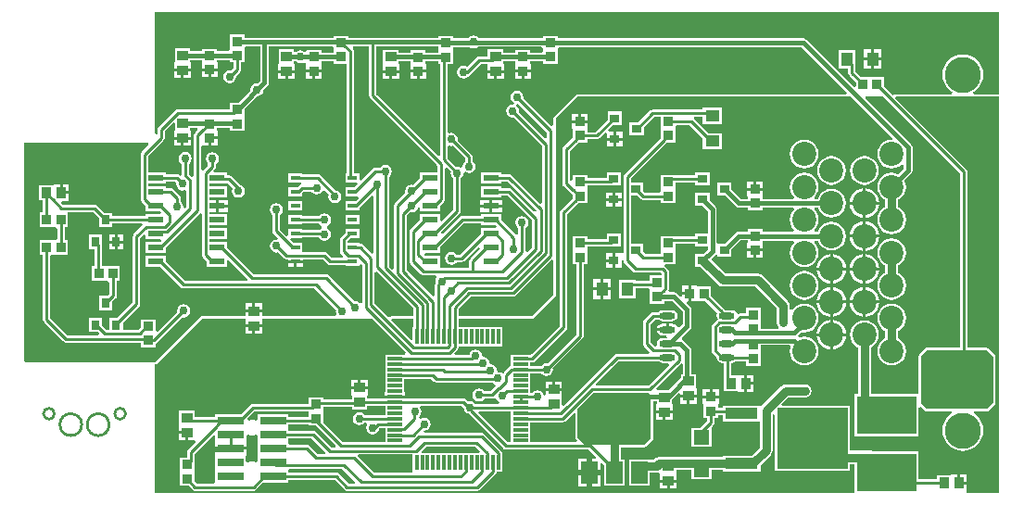
<source format=gtl>
G04*
G04 #@! TF.GenerationSoftware,Altium Limited,Altium Designer,20.0.11 (256)*
G04*
G04 Layer_Physical_Order=1*
G04 Layer_Color=255*
%FSLAX25Y25*%
%MOIN*%
G70*
G01*
G75*
%ADD13C,0.01000*%
%ADD16R,0.03543X0.03937*%
%ADD17R,0.03937X0.03543*%
%ADD18R,0.05118X0.04331*%
%ADD19R,0.04331X0.05118*%
%ADD20R,0.05709X0.05315*%
%ADD21R,0.21457X0.13780*%
%ADD22R,0.03543X0.03150*%
%ADD23R,0.03150X0.03543*%
%ADD24R,0.25197X0.21850*%
%ADD25R,0.11811X0.03937*%
%ADD26R,0.03740X0.03347*%
%ADD27R,0.03347X0.03740*%
%ADD28R,0.03500X0.01654*%
%ADD29R,0.05709X0.02362*%
%ADD30O,0.05709X0.02362*%
%ADD31R,0.01181X0.05315*%
%ADD32R,0.05315X0.01181*%
%ADD33R,0.14961X0.07874*%
%ADD34R,0.05906X0.07874*%
%ADD35R,0.09449X0.02992*%
%ADD59C,0.01500*%
%ADD60C,0.03000*%
%ADD61C,0.12992*%
%ADD62C,0.08661*%
%ADD63C,0.03000*%
G36*
X234727Y161040D02*
X234727Y160519D01*
X234727Y159949D01*
X234232Y159454D01*
X230225D01*
Y160347D01*
X224885D01*
Y159504D01*
X220480D01*
Y160544D01*
X214944D01*
Y158026D01*
X211819D01*
X211312Y157925D01*
X210882Y157638D01*
X207542Y154298D01*
X207197Y154529D01*
X206299Y154707D01*
X205402Y154529D01*
X204641Y154020D01*
X204133Y153260D01*
X203954Y152362D01*
X204133Y151465D01*
X204641Y150704D01*
X205402Y150196D01*
X206299Y150017D01*
X207197Y150196D01*
X207957Y150704D01*
X208466Y151465D01*
X208468Y151475D01*
X212368Y155375D01*
X214744D01*
Y153157D01*
X217712D01*
X220680D01*
Y155429D01*
X220480D01*
Y156343D01*
X224885D01*
Y155429D01*
X224685D01*
Y153256D01*
X230425D01*
Y155429D01*
X230225D01*
Y156294D01*
X234727D01*
Y155401D01*
X240067D01*
Y159819D01*
X240067Y160347D01*
X240067Y160917D01*
X240562Y161412D01*
X327839D01*
X344088Y145163D01*
X343820Y144517D01*
X247244Y144516D01*
X247244Y144516D01*
X246932Y144454D01*
X246667Y144278D01*
X246667Y144278D01*
X238793Y136404D01*
X238616Y136139D01*
X238554Y135827D01*
X238554Y135827D01*
Y133208D01*
X237854Y132918D01*
X227720Y143052D01*
X227798Y143445D01*
X227619Y144342D01*
X227111Y145103D01*
X226350Y145611D01*
X225453Y145790D01*
X224555Y145611D01*
X223795Y145103D01*
X223286Y144342D01*
X223108Y143445D01*
X223286Y142548D01*
X223795Y141787D01*
X224362Y141407D01*
X224089Y140748D01*
X223878Y140790D01*
X222980Y140611D01*
X222220Y140103D01*
X221711Y139342D01*
X221533Y138445D01*
X221711Y137548D01*
X222220Y136787D01*
X222980Y136278D01*
X223878Y136100D01*
X224270Y136178D01*
X234473Y125975D01*
Y105226D01*
X233826Y104958D01*
X223536Y115248D01*
X223106Y115536D01*
X222598Y115637D01*
X219796D01*
Y116292D01*
X212487D01*
Y112330D01*
X219796D01*
Y112986D01*
X222049D01*
X232375Y102660D01*
X232337Y102437D01*
X231585Y102199D01*
X223536Y110248D01*
X223106Y110536D01*
X222598Y110636D01*
X219796D01*
Y111292D01*
X212487D01*
Y107330D01*
X219796D01*
Y107985D01*
X222049D01*
X230873Y99162D01*
Y89302D01*
X229191Y87619D01*
X228491Y87909D01*
Y96446D01*
X228824Y96669D01*
X229332Y97429D01*
X229510Y98327D01*
X229332Y99224D01*
X228824Y99985D01*
X228063Y100493D01*
X227165Y100672D01*
X226268Y100493D01*
X225507Y99985D01*
X224999Y99224D01*
X224820Y98327D01*
X224999Y97429D01*
X225507Y96669D01*
X225840Y96446D01*
Y94127D01*
X225567Y93954D01*
X225140Y93861D01*
X219796Y99204D01*
Y101292D01*
X212487D01*
Y100636D01*
X205768D01*
X205260Y100536D01*
X204831Y100248D01*
X198837Y94254D01*
X198085Y94493D01*
X198047Y94715D01*
X204874Y101543D01*
X205162Y101973D01*
X205262Y102480D01*
Y114261D01*
X205595Y114483D01*
X206104Y115244D01*
X206282Y116142D01*
X206277Y116167D01*
X206907Y116588D01*
X207370Y116278D01*
X208268Y116100D01*
X209165Y116278D01*
X209926Y116787D01*
X210434Y117548D01*
X210613Y118445D01*
X210434Y119342D01*
X209926Y120103D01*
X209593Y120325D01*
Y121900D01*
X209492Y122407D01*
X209205Y122837D01*
X204236Y127806D01*
X204314Y128199D01*
X204135Y129096D01*
X203627Y129857D01*
X202866Y130365D01*
X201969Y130544D01*
X201194Y130390D01*
X200494Y130757D01*
Y155376D01*
X202443D01*
Y160322D01*
X202443D01*
Y160494D01*
X202443D01*
Y161522D01*
X208271D01*
X208945Y161072D01*
X209842Y160893D01*
X210740Y161072D01*
X211433Y161535D01*
X234232D01*
X234727Y161040D01*
D02*
G37*
G36*
X159532Y160958D02*
X159532Y160519D01*
Y160347D01*
X159532Y160347D01*
Y159504D01*
X155029D01*
Y160347D01*
X149689D01*
Y160157D01*
X148989Y159786D01*
X148535Y160090D01*
X147638Y160268D01*
X146740Y160090D01*
X145980Y159581D01*
X145285Y159589D01*
Y160544D01*
X139748D01*
Y155429D01*
X139548D01*
Y153157D01*
X142517D01*
X145485D01*
Y155429D01*
X145285D01*
Y156257D01*
X145980Y156265D01*
X146740Y155757D01*
X147638Y155578D01*
X148535Y155757D01*
X149419Y155539D01*
X149489Y155429D01*
Y153256D01*
X155229D01*
Y155429D01*
X155029D01*
Y156343D01*
X159532D01*
Y155401D01*
X164046D01*
Y115938D01*
X163690D01*
Y112684D01*
X167747D01*
X168015Y112038D01*
X166916Y110938D01*
X163690D01*
Y107684D01*
X168161D01*
X168451Y106984D01*
X167405Y105938D01*
X163690D01*
Y102684D01*
X168790D01*
Y103574D01*
X173279Y108063D01*
X173926Y107795D01*
Y87344D01*
X173226Y87054D01*
X170032Y90248D01*
X169602Y90536D01*
X169095Y90636D01*
X168790D01*
Y90938D01*
X164522D01*
X164518Y91638D01*
X165565Y92684D01*
X168790D01*
Y95938D01*
X163690D01*
Y94559D01*
X162253Y93121D01*
X161966Y92691D01*
X161865Y92184D01*
Y87946D01*
X161966Y87438D01*
X162253Y87009D01*
X162978Y86283D01*
X162710Y85637D01*
X158856D01*
X157118Y87375D01*
X156688Y87662D01*
X156180Y87763D01*
X148318D01*
Y90938D01*
X145092D01*
X143992Y92037D01*
X144260Y92684D01*
X148318D01*
Y92927D01*
X154281D01*
X154543Y92535D01*
X155303Y92026D01*
X156201Y91848D01*
X157098Y92026D01*
X157859Y92535D01*
X158367Y93296D01*
X158546Y94193D01*
X158367Y95090D01*
X157859Y95851D01*
X157130Y96339D01*
X157098Y96556D01*
Y96849D01*
X157130Y97067D01*
X157859Y97554D01*
X158367Y98315D01*
X158546Y99213D01*
X158367Y100110D01*
X157859Y100871D01*
X157098Y101379D01*
X156201Y101558D01*
X155303Y101379D01*
X154543Y100871D01*
X154353Y100587D01*
X148318D01*
Y100938D01*
X143218D01*
Y97684D01*
X148318D01*
Y97936D01*
X154287D01*
X154543Y97554D01*
X155272Y97067D01*
X155303Y96849D01*
Y96556D01*
X155272Y96339D01*
X154543Y95851D01*
X154360Y95577D01*
X148318D01*
Y95938D01*
X143218D01*
Y93727D01*
X142571Y93459D01*
X140203Y95827D01*
Y101072D01*
X140536Y101295D01*
X141044Y102055D01*
X141223Y102953D01*
X141044Y103850D01*
X140536Y104611D01*
X139775Y105119D01*
X138878Y105298D01*
X137980Y105119D01*
X137220Y104611D01*
X136711Y103850D01*
X136533Y102953D01*
X136711Y102055D01*
X137220Y101295D01*
X137552Y101072D01*
Y95278D01*
X137653Y94770D01*
X137941Y94340D01*
X139455Y92826D01*
X139111Y92181D01*
X138976Y92207D01*
X138079Y92029D01*
X137318Y91520D01*
X136810Y90760D01*
X136631Y89862D01*
X136810Y88965D01*
X137318Y88204D01*
X138079Y87696D01*
X138976Y87517D01*
X139369Y87595D01*
X141463Y85501D01*
X141894Y85213D01*
X142401Y85112D01*
X143018D01*
Y84811D01*
X145768D01*
X148518D01*
Y85112D01*
X155631D01*
X157370Y83374D01*
X157800Y83086D01*
X158307Y82986D01*
X163690D01*
Y82684D01*
X168790D01*
Y83174D01*
X169457Y83468D01*
X169849Y83153D01*
Y69434D01*
X169149Y69221D01*
X168981Y69473D01*
X168220Y69981D01*
X167323Y70160D01*
X166930Y70082D01*
X157661Y79351D01*
X157231Y79638D01*
X156724Y79739D01*
X130663D01*
X121198Y89204D01*
Y91292D01*
X114715D01*
Y92330D01*
X121198D01*
Y96292D01*
X114715D01*
Y97330D01*
X121198D01*
Y101292D01*
X114715D01*
Y102130D01*
X117044D01*
Y104311D01*
Y106492D01*
X114715D01*
Y107330D01*
X121198D01*
Y111292D01*
X114715D01*
Y112330D01*
X121198D01*
Y112330D01*
X121823Y112149D01*
X123229Y110743D01*
X123030Y110445D01*
X122852Y109547D01*
X123030Y108650D01*
X123539Y107889D01*
X124299Y107381D01*
X125197Y107202D01*
X126094Y107381D01*
X126855Y107889D01*
X127363Y108650D01*
X127542Y109547D01*
X127363Y110445D01*
X126855Y111205D01*
X126094Y111714D01*
X125986Y111735D01*
X122835Y114886D01*
X122405Y115173D01*
X121898Y115274D01*
X121198D01*
Y116292D01*
X116440D01*
X116172Y116939D01*
X116808Y117574D01*
X117095Y118005D01*
X117196Y118512D01*
X117196Y118512D01*
Y119379D01*
X117529Y119602D01*
X118037Y120362D01*
X118216Y121260D01*
X118037Y122157D01*
X117529Y122918D01*
X116768Y123426D01*
X115870Y123605D01*
X114973Y123426D01*
X114212Y122918D01*
X113704Y122157D01*
X113525Y121260D01*
X113704Y120362D01*
X114212Y119602D01*
X114261Y118776D01*
X112655Y117171D01*
X111955Y117459D01*
Y125422D01*
X112089Y126067D01*
X114459D01*
Y128740D01*
X114959D01*
Y129240D01*
X117829D01*
Y131413D01*
X117629D01*
Y132327D01*
X122132D01*
Y131385D01*
X127472D01*
Y136331D01*
X127472Y136331D01*
Y136503D01*
X127472D01*
X127472Y137031D01*
Y139215D01*
X131996Y143739D01*
X132787Y143896D01*
X133548Y144405D01*
X134056Y145166D01*
X134214Y145957D01*
X135763Y147506D01*
X136106Y148019D01*
X136226Y148624D01*
Y161658D01*
X159316D01*
X159532Y160958D01*
D02*
G37*
G36*
X197103Y160494D02*
X197103D01*
Y160322D01*
X197103D01*
Y159479D01*
X192600D01*
Y160322D01*
X187260D01*
Y159479D01*
X182856D01*
Y160519D01*
X177319D01*
Y155404D01*
X177119D01*
Y153132D01*
X180088D01*
X183056D01*
Y155404D01*
X182856D01*
Y156318D01*
X187260D01*
Y155404D01*
X187060D01*
Y153231D01*
X192800D01*
Y155404D01*
X192600D01*
Y156318D01*
X197103D01*
Y155376D01*
X197843D01*
Y122479D01*
X197196Y122211D01*
X174948Y144460D01*
Y161658D01*
X197103D01*
Y160494D01*
D02*
G37*
G36*
X398984Y144517D02*
X389768D01*
X389593Y145217D01*
X389900Y145381D01*
X391011Y146292D01*
X391923Y147403D01*
X392600Y148671D01*
X393017Y150046D01*
X393158Y151476D01*
X393017Y152907D01*
X392600Y154282D01*
X391923Y155550D01*
X391011Y156660D01*
X389900Y157572D01*
X388632Y158250D01*
X387257Y158667D01*
X385827Y158808D01*
X384397Y158667D01*
X383021Y158250D01*
X381754Y157572D01*
X380643Y156660D01*
X379731Y155550D01*
X379053Y154282D01*
X378636Y152907D01*
X378495Y151476D01*
X378636Y150046D01*
X379053Y148671D01*
X379731Y147403D01*
X380643Y146292D01*
X381754Y145381D01*
X382061Y145217D01*
X381885Y144517D01*
X361844Y144517D01*
X361532Y144454D01*
X361267Y144278D01*
X360462Y144168D01*
X357395Y147236D01*
Y150702D01*
X352448D01*
Y150702D01*
X352276D01*
Y150702D01*
X349204D01*
X347282Y152624D01*
Y155421D01*
X347257Y155549D01*
Y160446D01*
X341326D01*
Y153728D01*
X344631D01*
Y152075D01*
X344732Y151568D01*
X345020Y151138D01*
X347330Y148827D01*
Y147306D01*
X346683Y147038D01*
X329611Y164110D01*
X329099Y164452D01*
X328494Y164573D01*
X240067D01*
Y165465D01*
X234727D01*
Y164696D01*
X211635D01*
X211501Y164896D01*
X210740Y165405D01*
X209842Y165583D01*
X208945Y165405D01*
X208184Y164896D01*
X208042Y164683D01*
X202443D01*
Y165440D01*
X197103D01*
Y164819D01*
X164872D01*
Y165465D01*
X159532D01*
Y164819D01*
X127472D01*
Y165957D01*
X122132D01*
Y161539D01*
X122132Y161011D01*
X122132Y160491D01*
X121637Y159996D01*
X117629D01*
Y160839D01*
X112289D01*
Y159996D01*
X107885D01*
Y161036D01*
X102348D01*
Y155921D01*
X102148D01*
Y153650D01*
X105117D01*
X108085D01*
Y155921D01*
X107885D01*
Y156835D01*
X112289D01*
Y155921D01*
X112089D01*
Y153748D01*
X117829D01*
Y155921D01*
X117629D01*
Y156835D01*
X122132D01*
Y155893D01*
X123476D01*
Y154007D01*
X122523Y153054D01*
X122131Y153132D01*
X121233Y152954D01*
X120472Y152446D01*
X119964Y151685D01*
X119786Y150787D01*
X119964Y149890D01*
X120472Y149129D01*
X121233Y148621D01*
X122131Y148442D01*
X123028Y148621D01*
X123789Y149129D01*
X124297Y149890D01*
X124476Y150787D01*
X124398Y151180D01*
X125739Y152521D01*
X126026Y152951D01*
X126127Y153458D01*
Y155893D01*
X127472D01*
X127472Y161163D01*
X127967Y161658D01*
X133065D01*
Y149278D01*
X132144Y148357D01*
X131890Y148408D01*
X130992Y148230D01*
X130231Y147721D01*
X129723Y146960D01*
X129545Y146063D01*
X129595Y145808D01*
X125237Y141450D01*
X122132D01*
Y139129D01*
X103384D01*
X102877Y139028D01*
X102447Y138740D01*
X96426Y132719D01*
X96139Y132289D01*
X96038Y131782D01*
Y129976D01*
X96004Y129953D01*
X95304Y130327D01*
Y173980D01*
X398984D01*
Y144517D01*
D02*
G37*
G36*
X236273Y130750D02*
Y128839D01*
X235626Y128571D01*
X226145Y138052D01*
X226223Y138445D01*
X226045Y139342D01*
X225536Y140103D01*
X225083Y140406D01*
X225357Y141064D01*
X225888Y141135D01*
X236273Y130750D01*
D02*
G37*
G36*
X201969Y125854D02*
X202361Y125932D01*
X206942Y121351D01*
Y120325D01*
X206610Y120103D01*
X206101Y119342D01*
X205923Y118445D01*
X205928Y118420D01*
X205298Y117999D01*
X204834Y118308D01*
X203937Y118487D01*
X203544Y118409D01*
X200494Y121459D01*
Y125640D01*
X201194Y126008D01*
X201969Y125854D01*
D02*
G37*
G36*
X102348Y133978D02*
Y131413D01*
X102148D01*
Y129142D01*
X105117D01*
X108085D01*
Y131413D01*
X107885D01*
Y132327D01*
X110375D01*
X110643Y131680D01*
X109693Y130730D01*
X109405Y130300D01*
X109304Y129793D01*
Y114890D01*
X108604Y114600D01*
X107427Y115778D01*
Y119489D01*
X107759Y119712D01*
X108268Y120472D01*
X108446Y121370D01*
X108268Y122267D01*
X107759Y123028D01*
X106999Y123536D01*
X106101Y123715D01*
X105204Y123536D01*
X104443Y123028D01*
X103935Y122267D01*
X103756Y121370D01*
X103935Y120472D01*
X104443Y119712D01*
X104776Y119489D01*
Y115459D01*
X104172Y115154D01*
X104100Y115145D01*
X103997Y115248D01*
X103567Y115536D01*
X103059Y115637D01*
X99151D01*
Y116292D01*
X92668D01*
Y122222D01*
X98300Y127855D01*
X98588Y128285D01*
X98689Y128793D01*
Y131233D01*
X101701Y134246D01*
X102348Y133978D01*
D02*
G37*
G36*
X172297Y143911D02*
X172397Y143404D01*
X172685Y142974D01*
X196923Y118735D01*
Y116292D01*
X190440D01*
Y114204D01*
X188024Y111788D01*
X187500Y111892D01*
X186603Y111714D01*
X185842Y111205D01*
X185333Y110445D01*
X185155Y109547D01*
X185259Y109023D01*
X181641Y105406D01*
X181354Y104976D01*
X181253Y104469D01*
Y81562D01*
X180606Y81294D01*
X179377Y82524D01*
Y114852D01*
X179709Y115074D01*
X180218Y115835D01*
X180396Y116732D01*
X180218Y117630D01*
X179709Y118391D01*
X178949Y118899D01*
X178051Y119077D01*
X177154Y118899D01*
X176393Y118391D01*
X176171Y118058D01*
X174585D01*
X174077Y117957D01*
X173647Y117669D01*
X169437Y113459D01*
X168790Y113727D01*
Y115938D01*
X166697D01*
Y160086D01*
X166596Y160593D01*
X166353Y160958D01*
X166453Y161371D01*
X166572Y161658D01*
X172297D01*
Y143911D01*
D02*
G37*
G36*
X102866Y112433D02*
X102821Y112205D01*
X102999Y111307D01*
X103508Y110547D01*
X104268Y110038D01*
X105166Y109860D01*
X105940Y110014D01*
X106640Y109646D01*
Y103910D01*
X106094Y103364D01*
X105449Y103709D01*
X105495Y103937D01*
X105316Y104834D01*
X104808Y105595D01*
X104451Y105834D01*
Y106937D01*
X104350Y107444D01*
X104062Y107874D01*
X101688Y110248D01*
X101258Y110536D01*
X100751Y110636D01*
X99151D01*
Y111292D01*
X92668D01*
Y112330D01*
X99151D01*
Y112986D01*
X102381D01*
X102866Y112433D01*
D02*
G37*
G36*
X201670Y116534D02*
X201592Y116142D01*
X201770Y115244D01*
X202279Y114483D01*
X202611Y114261D01*
Y103029D01*
X198396Y98813D01*
X197749Y99081D01*
Y101292D01*
X190440D01*
Y99204D01*
X187203Y95967D01*
X186916Y95537D01*
X186815Y95030D01*
Y84391D01*
X186916Y83884D01*
X187203Y83454D01*
X190984Y79673D01*
X191414Y79386D01*
X191921Y79285D01*
X196313D01*
X196616Y78585D01*
X196259Y78049D01*
X196080Y77152D01*
X196169Y76703D01*
X196019Y76478D01*
X195919Y75971D01*
Y71987D01*
X195272Y71720D01*
X185704Y81287D01*
Y100719D01*
X186976Y101991D01*
X187500Y101887D01*
X188397Y102066D01*
X189158Y102574D01*
X189667Y103335D01*
X189740Y103705D01*
X190440Y103636D01*
Y102330D01*
X197749D01*
Y104418D01*
X199186Y105855D01*
X199473Y106285D01*
X199574Y106792D01*
X199574Y106792D01*
Y117715D01*
X200221Y117983D01*
X201670Y116534D01*
D02*
G37*
G36*
X92990Y126294D02*
X90405Y123709D01*
X90118Y123279D01*
X90017Y122771D01*
Y106792D01*
X90118Y106285D01*
X90405Y105855D01*
X91842Y104418D01*
Y102330D01*
X97144D01*
X97417Y101985D01*
X97108Y101292D01*
X91842D01*
Y100636D01*
X79934D01*
Y101786D01*
X77059D01*
X74391Y104454D01*
X73961Y104742D01*
X73453Y104843D01*
X62024D01*
X61427Y105440D01*
X61695Y106087D01*
X64287D01*
Y108555D01*
X61516D01*
Y109055D01*
X61016D01*
Y112024D01*
X58744D01*
Y111824D01*
X53629D01*
Y106287D01*
X54974D01*
Y101883D01*
X53826D01*
Y96543D01*
X58244D01*
X58772Y96543D01*
X59597Y96543D01*
X60092Y96048D01*
Y92535D01*
X59597Y92040D01*
X58944Y92040D01*
X58244Y92040D01*
X53826D01*
Y86700D01*
X54974D01*
Y63386D01*
X55075Y62879D01*
X55362Y62449D01*
X62252Y55559D01*
X62682Y55272D01*
X63189Y55171D01*
X90243D01*
Y53412D01*
X95583D01*
Y54811D01*
X95819Y54968D01*
X105119Y64268D01*
X105512Y64190D01*
X106409Y64369D01*
X107170Y64877D01*
X107678Y65638D01*
X107857Y66535D01*
X107678Y67433D01*
X107170Y68194D01*
X106409Y68702D01*
X105512Y68880D01*
X104614Y68702D01*
X103854Y68194D01*
X103345Y67433D01*
X103167Y66535D01*
X103245Y66143D01*
X96284Y59182D01*
X95583Y59472D01*
Y63476D01*
X90243D01*
Y60819D01*
X89194Y59770D01*
X83674D01*
Y62213D01*
X89520Y68059D01*
X89807Y68489D01*
X89908Y68996D01*
Y92722D01*
X91195Y94009D01*
X91842Y93742D01*
Y92330D01*
X97108D01*
X97417Y91637D01*
X97144Y91292D01*
X91842D01*
Y87330D01*
X99151D01*
Y89418D01*
X111364Y101631D01*
X112064Y101343D01*
Y86792D01*
X112165Y86285D01*
X112452Y85855D01*
X113889Y84418D01*
Y82330D01*
X121198D01*
Y84541D01*
X121845Y84809D01*
X128644Y78010D01*
X128354Y77310D01*
X106045D01*
X99151Y84204D01*
Y86292D01*
X91842D01*
Y82330D01*
X97276D01*
X104559Y75047D01*
X104989Y74760D01*
X105496Y74659D01*
X152502D01*
X160331Y66830D01*
X160253Y66437D01*
X160432Y65540D01*
X160595Y65295D01*
X160221Y64595D01*
X133677Y64595D01*
Y65937D01*
X130709D01*
X127740D01*
Y64595D01*
X112205Y64595D01*
X111893Y64533D01*
X111628Y64356D01*
X111628Y64356D01*
X95331Y48060D01*
X95304D01*
X94992Y47998D01*
X94896Y47934D01*
X94800Y47998D01*
X94488Y48060D01*
X48759D01*
X48264Y48555D01*
X48265Y126940D01*
X92722D01*
X92990Y126294D01*
D02*
G37*
G36*
X75184Y99912D02*
Y96643D01*
X79934D01*
Y97986D01*
X90433D01*
X90723Y97286D01*
X87645Y94208D01*
X87358Y93778D01*
X87257Y93271D01*
Y69545D01*
X81800Y64087D01*
X78924D01*
Y59770D01*
X77636D01*
X76194Y61212D01*
Y64087D01*
X71444D01*
Y58944D01*
X74713D01*
X75189Y58468D01*
X74921Y57822D01*
X63738D01*
X57625Y63935D01*
Y86205D01*
X58120Y86700D01*
X58772Y86700D01*
X59472Y86700D01*
X63890D01*
Y92040D01*
X62743D01*
Y96543D01*
X63890D01*
Y101492D01*
X63891Y101883D01*
X64463Y102192D01*
X72904D01*
X75184Y99912D01*
D02*
G37*
G36*
X212487Y97330D02*
X217789D01*
X218062Y96985D01*
X217753Y96292D01*
X212487D01*
Y94204D01*
X205042Y86759D01*
X203849D01*
X203627Y87091D01*
X202866Y87600D01*
X201969Y87778D01*
X201071Y87600D01*
X200310Y87091D01*
X199802Y86330D01*
X199623Y85433D01*
X199802Y84536D01*
X200310Y83775D01*
X201071Y83267D01*
X201969Y83088D01*
X202866Y83267D01*
X203627Y83775D01*
X203849Y84108D01*
X205591D01*
X206098Y84209D01*
X206528Y84496D01*
X211400Y89368D01*
X212151Y89129D01*
X212190Y88907D01*
X208708Y85425D01*
X208421Y84995D01*
X208320Y84488D01*
Y81936D01*
X198285D01*
X197749Y82330D01*
Y86292D01*
X192447D01*
X192174Y86637D01*
X192483Y87330D01*
X197749D01*
Y89418D01*
X206317Y97986D01*
X212487D01*
Y97330D01*
D02*
G37*
G36*
X238554Y84607D02*
X238554Y72385D01*
X230765Y64595D01*
X204475Y64595D01*
Y67289D01*
X208794Y71608D01*
X224016D01*
X224523Y71709D01*
X224953Y71996D01*
X237854Y84897D01*
X238554Y84607D01*
D02*
G37*
G36*
X188045Y67561D02*
Y64595D01*
X180577D01*
X180264Y64533D01*
X180000Y64356D01*
X179195Y64247D01*
X174300Y69141D01*
Y80316D01*
X175000Y80606D01*
X188045Y67561D01*
D02*
G37*
G36*
Y63779D02*
Y60741D01*
X187979D01*
Y56377D01*
X187333Y56109D01*
X180309Y63133D01*
X180577Y63779D01*
X188045D01*
D02*
G37*
G36*
X398984Y1020D02*
X387272D01*
X387122Y1657D01*
X387122D01*
Y4126D01*
X384350D01*
Y4626D01*
X383850D01*
Y7594D01*
X381579D01*
Y7395D01*
X376464D01*
Y5951D01*
X369993D01*
Y16154D01*
X353301D01*
X353075Y16199D01*
X345091D01*
Y32335D01*
X320873D01*
X320605Y32982D01*
X322975Y35352D01*
X329134D01*
X330031Y35530D01*
X330792Y36039D01*
X331300Y36799D01*
X331479Y37697D01*
X331300Y38594D01*
X330792Y39355D01*
X330031Y39863D01*
X329134Y40042D01*
X322003D01*
X321106Y39863D01*
X320345Y39355D01*
X320345Y39355D01*
X313611Y32621D01*
X313005Y32394D01*
X313005Y32394D01*
Y32394D01*
X313005Y32394D01*
X299594D01*
Y31739D01*
X297847D01*
Y32957D01*
X298047D01*
Y35130D01*
X292307D01*
Y32957D01*
X292507D01*
Y28039D01*
X293852D01*
Y27025D01*
X291347Y24521D01*
X288078D01*
Y17605D01*
X295387D01*
Y24521D01*
X295387Y24521D01*
X295387D01*
X295677Y25101D01*
X296114Y25539D01*
X296402Y25969D01*
X296503Y26476D01*
Y28039D01*
X297847D01*
Y29088D01*
X299594D01*
Y26858D01*
X312812D01*
Y17487D01*
X309688Y14363D01*
X299594D01*
Y13939D01*
X276555D01*
X275658Y13761D01*
X274897Y13253D01*
X274694Y13050D01*
X270941D01*
X270714Y13005D01*
X265735D01*
Y3531D01*
X273241D01*
Y8360D01*
X275665D01*
X276429Y8512D01*
X276837Y8129D01*
X276953Y7957D01*
Y5815D01*
X279921D01*
X282890D01*
Y8087D01*
X282690D01*
Y9249D01*
X288078D01*
Y5991D01*
X295387D01*
Y9249D01*
X299594D01*
Y8826D01*
X313005D01*
Y11047D01*
X316816Y14857D01*
X317324Y15618D01*
X317503Y16516D01*
X317502Y16516D01*
Y29327D01*
X317595Y29389D01*
X318295Y29015D01*
Y8885D01*
X345091D01*
Y11509D01*
X346936D01*
Y1020D01*
X95304D01*
Y47244D01*
X95669D01*
X112205Y63779D01*
X127740Y63779D01*
Y61622D01*
X130709D01*
X133677D01*
Y63779D01*
X173367Y63779D01*
X185527Y51620D01*
X185284Y50881D01*
X184953Y50800D01*
X184953Y50800D01*
X184953Y50800D01*
X178039D01*
Y46050D01*
Y42113D01*
Y37220D01*
X177839D01*
Y36130D01*
X181496D01*
X185153D01*
Y37220D01*
X184953D01*
Y42178D01*
X194485D01*
X195479Y41184D01*
X195909Y40897D01*
X196416Y40796D01*
X216788D01*
X216934Y40576D01*
X217551Y40164D01*
X217694Y39582D01*
X217694Y39354D01*
X215886Y37546D01*
X213692D01*
X213469Y37879D01*
X212708Y38387D01*
X211811Y38565D01*
X210914Y38387D01*
X210153Y37879D01*
X209645Y37118D01*
X209466Y36220D01*
X209645Y35323D01*
X210153Y34562D01*
X210914Y34054D01*
X211811Y33875D01*
X212708Y34054D01*
X213469Y34562D01*
X213692Y34895D01*
X216435D01*
X216942Y34996D01*
X217170Y35149D01*
X217772Y35034D01*
X217982Y34903D01*
X218421Y34247D01*
X219137Y33768D01*
X219145Y33716D01*
X218762Y33068D01*
X210476D01*
X210221Y33450D01*
X209460Y33958D01*
X208563Y34136D01*
X207751Y33975D01*
X207128Y34599D01*
X206698Y34886D01*
X206190Y34987D01*
X185153D01*
Y35130D01*
X181496D01*
X177839D01*
Y34987D01*
X171559D01*
Y36106D01*
X171759D01*
Y38378D01*
X165822D01*
Y36106D01*
X166022D01*
Y34593D01*
X155820D01*
Y35446D01*
X150479D01*
Y33125D01*
X130441D01*
X129934Y33024D01*
X129504Y32737D01*
X126091Y29324D01*
X116917D01*
Y28353D01*
X109461D01*
Y30623D01*
X103924D01*
Y25508D01*
X103724D01*
Y23236D01*
X106693D01*
Y22736D01*
X107193D01*
Y19965D01*
X109455D01*
X109803Y19323D01*
X107126Y16646D01*
X106838Y16216D01*
X106737Y15709D01*
Y13694D01*
X104023D01*
Y8747D01*
X104023D01*
Y8576D01*
X104023D01*
Y3629D01*
X107292D01*
X108708Y2212D01*
X109138Y1925D01*
X109646Y1824D01*
X130689D01*
X131196Y1925D01*
X131626Y2212D01*
X134145Y4732D01*
X143320D01*
Y5702D01*
X159845D01*
X163334Y2212D01*
X163764Y1925D01*
X164272Y1824D01*
X211189D01*
X211696Y1925D01*
X212126Y2212D01*
X217788Y7875D01*
X218076Y8305D01*
X218125Y8550D01*
X220288D01*
Y15465D01*
X220093D01*
X220044Y15711D01*
X219757Y16141D01*
X213634Y22264D01*
X213204Y22551D01*
X212697Y22652D01*
X192284D01*
X191953Y23352D01*
X192027Y23442D01*
X192028Y23442D01*
X192925Y23621D01*
X193686Y24129D01*
X194194Y24890D01*
X194373Y25787D01*
X194194Y26685D01*
X193686Y27446D01*
X192925Y27954D01*
X192028Y28133D01*
X191130Y27954D01*
X190800Y27734D01*
X190098Y28106D01*
X190097Y28330D01*
X190438Y28558D01*
X190946Y29319D01*
X191125Y30217D01*
X190946Y31114D01*
X190597Y31636D01*
X190912Y32336D01*
X205641D01*
X206226Y31751D01*
X206396Y30894D01*
X206905Y30133D01*
X207666Y29625D01*
X208055Y29547D01*
X220548Y17054D01*
X220978Y16767D01*
X221485Y16666D01*
X251145D01*
X253959Y13851D01*
X253691Y13205D01*
X252378D01*
Y9268D01*
X255331D01*
Y11565D01*
X255977Y11833D01*
X256680Y11130D01*
Y3531D01*
X264186D01*
Y13005D01*
X262778D01*
Y17491D01*
X271260D01*
X271260Y17491D01*
X271572Y17553D01*
X271837Y17730D01*
X271837Y17730D01*
X274199Y20092D01*
X274376Y20357D01*
X274438Y20669D01*
X274438Y20669D01*
X274438Y34049D01*
X275676D01*
Y32890D01*
X275476D01*
Y30618D01*
X278445D01*
X281413D01*
Y32890D01*
X281213D01*
Y34589D01*
X282159Y35534D01*
X282501Y36047D01*
X282508Y36080D01*
X283491Y37063D01*
X284138Y36795D01*
Y36425D01*
X287106D01*
X290075D01*
Y38697D01*
X289875D01*
Y43812D01*
X288194D01*
Y52362D01*
X288074Y52967D01*
X287732Y53480D01*
X285310Y55901D01*
X284954Y56139D01*
X284789Y56736D01*
X284785Y56960D01*
X287732Y59906D01*
X288074Y60419D01*
X288194Y61024D01*
Y67021D01*
X288074Y67626D01*
X287732Y68139D01*
X286553Y69318D01*
X286820Y69965D01*
X287098D01*
Y72335D01*
X284925D01*
Y71860D01*
X284278Y71592D01*
X283099Y72771D01*
X282587Y73114D01*
X281982Y73234D01*
X280355D01*
X279981Y73934D01*
X280060Y74053D01*
X280161Y74560D01*
Y80528D01*
X280060Y81035D01*
X279773Y81465D01*
X278755Y82482D01*
X278499Y82653D01*
X278706Y83354D01*
X282591D01*
Y88300D01*
X282591D01*
Y88472D01*
X282591D01*
Y90793D01*
X288846D01*
X288886Y90800D01*
X289554D01*
Y89751D01*
X294089D01*
Y88647D01*
X292463Y87020D01*
X289554D01*
Y82271D01*
X291381D01*
X297751Y75901D01*
X298512Y75393D01*
X299409Y75214D01*
X311233D01*
X318915Y67533D01*
Y62402D01*
X319093Y61504D01*
X319555Y60814D01*
X319474Y60490D01*
X319284Y60114D01*
X313194D01*
Y62543D01*
X313194D01*
Y62715D01*
X313194D01*
Y67661D01*
X307854D01*
Y65605D01*
X305662D01*
X305244Y65522D01*
X304524Y65557D01*
X304086Y66212D01*
X303431Y66650D01*
X302658Y66803D01*
X300276D01*
X300275Y66811D01*
X299988Y67241D01*
X295190Y72039D01*
Y75505D01*
X290272D01*
Y75705D01*
X288098D01*
Y72835D01*
Y69965D01*
X290272D01*
Y70165D01*
X293315D01*
X297637Y65843D01*
X297445Y65556D01*
X297291Y64784D01*
X297445Y64011D01*
X297782Y63506D01*
X297384Y63240D01*
X295893Y61748D01*
X295605Y61318D01*
X295504Y60811D01*
Y52265D01*
X295605Y51757D01*
X295893Y51327D01*
X297315Y49905D01*
X297291Y49784D01*
X297445Y49011D01*
X297883Y48355D01*
X298538Y47917D01*
X299311Y47763D01*
X299765D01*
Y41724D01*
X299791Y41596D01*
Y37684D01*
X304906D01*
Y37484D01*
X307177D01*
Y40453D01*
Y43421D01*
X304906D01*
Y43221D01*
X302416D01*
Y47763D01*
X302658D01*
X303431Y47917D01*
X304086Y48355D01*
X304154Y48458D01*
X307854D01*
Y46723D01*
X313194D01*
Y51670D01*
X313194D01*
Y51841D01*
X313194D01*
Y54227D01*
X323451D01*
X323840Y53645D01*
X323742Y53406D01*
X323565Y52067D01*
X323742Y50728D01*
X324258Y49479D01*
X325081Y48408D01*
X326153Y47585D01*
X327401Y47068D01*
X328740Y46892D01*
X330080Y47068D01*
X331328Y47585D01*
X332399Y48408D01*
X333222Y49479D01*
X333739Y50728D01*
X333915Y52067D01*
X333739Y53406D01*
X333222Y54654D01*
X332399Y55726D01*
X331328Y56549D01*
X330080Y57066D01*
X328740Y57242D01*
X327401Y57066D01*
X326921Y56867D01*
X326722Y56981D01*
X326620Y57752D01*
X327708Y58839D01*
X328740Y58703D01*
X330080Y58879D01*
X331328Y59396D01*
X332399Y60219D01*
X333222Y61291D01*
X333739Y62539D01*
X333915Y63878D01*
X333739Y65217D01*
X333222Y66465D01*
X332399Y67537D01*
X331328Y68360D01*
X330080Y68877D01*
X328740Y69053D01*
X327401Y68877D01*
X326153Y68360D01*
X325081Y67537D01*
X324688Y67025D01*
X323739Y66911D01*
X323605Y67017D01*
Y68504D01*
X323426Y69401D01*
X322918Y70162D01*
X313863Y79217D01*
X313102Y79726D01*
X312205Y79904D01*
X300381D01*
X295098Y85186D01*
X296728Y86816D01*
X296974Y86787D01*
X297428Y86575D01*
Y86011D01*
X302572D01*
Y88526D01*
X305970Y91924D01*
X308353D01*
Y91059D01*
X308154D01*
Y88886D01*
X311024D01*
X313894D01*
Y91059D01*
X313694D01*
Y91850D01*
X324892D01*
X325040Y91416D01*
X325074Y91150D01*
X324258Y90087D01*
X323742Y88839D01*
X323565Y87500D01*
X323742Y86161D01*
X324258Y84913D01*
X325081Y83841D01*
X326153Y83018D01*
X327401Y82501D01*
X328740Y82325D01*
X330080Y82501D01*
X331328Y83018D01*
X332399Y83841D01*
X333222Y84913D01*
X333739Y86161D01*
X333915Y87500D01*
X333739Y88839D01*
X333222Y90087D01*
X332407Y91150D01*
X332441Y91416D01*
X332588Y91850D01*
X333674D01*
X334101Y90818D01*
X334923Y89746D01*
X335995Y88924D01*
X337243Y88407D01*
X338583Y88231D01*
X339922Y88407D01*
X341170Y88924D01*
X342242Y89746D01*
X343064Y90818D01*
X343581Y92066D01*
X343758Y93405D01*
X343581Y94745D01*
X343064Y95993D01*
X342242Y97065D01*
X341170Y97887D01*
X339922Y98404D01*
X338583Y98580D01*
X337243Y98404D01*
X335995Y97887D01*
X334923Y97065D01*
X334101Y95993D01*
X333694Y95011D01*
X332617D01*
X332535Y95253D01*
X332445Y95711D01*
X333222Y96724D01*
X333739Y97972D01*
X333915Y99311D01*
X333739Y100650D01*
X333222Y101899D01*
X332426Y102936D01*
X332465Y103178D01*
X332621Y103636D01*
X333684D01*
X334101Y102629D01*
X334923Y101557D01*
X335995Y100735D01*
X337243Y100218D01*
X338583Y100041D01*
X339922Y100218D01*
X341170Y100735D01*
X342242Y101557D01*
X343064Y102629D01*
X343581Y103877D01*
X343758Y105217D01*
X343581Y106556D01*
X343064Y107804D01*
X342242Y108876D01*
X341170Y109698D01*
X339922Y110215D01*
X338583Y110391D01*
X337243Y110215D01*
X335995Y109698D01*
X334923Y108876D01*
X334101Y107804D01*
X333684Y106797D01*
X332621D01*
X332465Y107255D01*
X332426Y107497D01*
X333222Y108535D01*
X333739Y109783D01*
X333915Y111122D01*
X333739Y112461D01*
X333222Y113709D01*
X332399Y114781D01*
X331328Y115604D01*
X330080Y116121D01*
X328740Y116297D01*
X327401Y116121D01*
X326153Y115604D01*
X325081Y114781D01*
X324258Y113709D01*
X323742Y112461D01*
X323565Y111122D01*
X323742Y109783D01*
X324258Y108535D01*
X325055Y107497D01*
X325015Y107255D01*
X324860Y106797D01*
X313694D01*
Y107661D01*
X313894D01*
Y109835D01*
X308154D01*
Y107661D01*
X308353D01*
Y106797D01*
X305970D01*
X302572Y110195D01*
Y112709D01*
X297428D01*
Y107960D01*
X300337D01*
X304198Y104099D01*
X304710Y103756D01*
X305315Y103636D01*
X308353D01*
Y102743D01*
X313694D01*
Y103636D01*
X324860D01*
X325015Y103178D01*
X325055Y102936D01*
X324258Y101899D01*
X323742Y100650D01*
X323565Y99311D01*
X323742Y97972D01*
X324258Y96724D01*
X325036Y95711D01*
X324946Y95253D01*
X324863Y95011D01*
X313694D01*
Y95977D01*
X308353D01*
Y95084D01*
X305315D01*
X304710Y94964D01*
X304198Y94621D01*
X300337Y90761D01*
X297428Y90761D01*
X297250Y91387D01*
Y103051D01*
X297129Y103656D01*
X296787Y104169D01*
X294698Y106258D01*
Y108969D01*
X289554D01*
Y104220D01*
X292266D01*
X294089Y102397D01*
Y94501D01*
X289554D01*
Y93451D01*
X288854D01*
X288815Y93444D01*
X281095D01*
X280966Y93418D01*
X277251D01*
Y88472D01*
X277251D01*
Y88300D01*
X277251D01*
Y87152D01*
X271424D01*
X270691Y87885D01*
Y90761D01*
X266364D01*
Y107960D01*
X268807D01*
X269929Y106838D01*
X270359Y106551D01*
X270866Y106450D01*
X277251D01*
Y105302D01*
X282591D01*
Y109721D01*
X282591Y110249D01*
X282591Y110949D01*
Y112741D01*
X288846D01*
X288886Y112749D01*
X289554D01*
Y111700D01*
X294698D01*
Y116450D01*
X289554D01*
Y115400D01*
X288854D01*
X288815Y115392D01*
X281095D01*
X280966Y115367D01*
X277251D01*
Y110949D01*
X277251Y110421D01*
X277251Y109596D01*
X276756Y109101D01*
X271415D01*
X270682Y109834D01*
Y112709D01*
X266364D01*
Y114194D01*
X279224Y127054D01*
X282493D01*
Y131472D01*
X282493Y132001D01*
X282493Y132825D01*
X282988Y133320D01*
X287640D01*
X292310Y128650D01*
Y124594D01*
X299028D01*
Y130524D01*
X294185D01*
X289126Y135583D01*
X289110Y135593D01*
X289323Y136293D01*
X292310D01*
Y133649D01*
X299028D01*
Y139579D01*
X292310D01*
Y138944D01*
X274233D01*
X273726Y138844D01*
X273296Y138556D01*
X269201Y134461D01*
X265932D01*
Y129712D01*
X271076D01*
Y132587D01*
X274782Y136293D01*
X277153D01*
Y132701D01*
X277153Y132173D01*
X277153Y131472D01*
Y128732D01*
X264101Y115681D01*
X263814Y115251D01*
X263713Y114743D01*
Y87230D01*
X263017Y87221D01*
X263013Y87221D01*
X260745D01*
Y84646D01*
Y82071D01*
X263017D01*
Y84589D01*
X263713Y84598D01*
X263814Y84091D01*
X264101Y83661D01*
X267154Y80608D01*
X267584Y80321D01*
X268092Y80220D01*
X277269D01*
X277510Y79979D01*
Y79245D01*
X272995D01*
Y77400D01*
X268123D01*
Y77768D01*
X262192D01*
Y71050D01*
X268123D01*
Y74749D01*
X272808D01*
X272995Y74127D01*
X272995Y74127D01*
X272995D01*
X272995Y74127D01*
Y69180D01*
X278335D01*
Y70073D01*
X281327D01*
X285034Y66367D01*
Y61678D01*
X283927Y60572D01*
X283153Y60787D01*
X282773Y61356D01*
X282052Y61838D01*
X281201Y62007D01*
X280028D01*
Y59784D01*
X279528D01*
Y59284D01*
X275730D01*
X275800Y58932D01*
X276282Y58211D01*
X277003Y57729D01*
X277854Y57560D01*
X279220D01*
X279594Y56860D01*
X279556Y56803D01*
X277854D01*
X277081Y56650D01*
X276426Y56212D01*
X275988Y55556D01*
X275834Y54783D01*
X275901Y54447D01*
X275464Y53840D01*
X274854Y53792D01*
X273373Y55273D01*
Y61754D01*
X275077Y63458D01*
X276357D01*
X276426Y63355D01*
X277081Y62917D01*
X277854Y62764D01*
X281201D01*
X281974Y62917D01*
X282629Y63355D01*
X283067Y64011D01*
X283221Y64784D01*
X283067Y65556D01*
X282629Y66212D01*
X281974Y66650D01*
X281201Y66803D01*
X277854D01*
X277081Y66650D01*
X276426Y66212D01*
X276357Y66109D01*
X274528D01*
X274020Y66008D01*
X273590Y65721D01*
X271110Y63240D01*
X270823Y62810D01*
X270722Y62303D01*
Y54724D01*
X270823Y54217D01*
X271110Y53787D01*
X273088Y51809D01*
X272798Y51109D01*
X261344D01*
X260837Y51008D01*
X260407Y50721D01*
X242096Y32410D01*
X241450Y32678D01*
Y35516D01*
X241650D01*
Y37787D01*
X235713D01*
Y36242D01*
X235013Y36173D01*
X234942Y36527D01*
X234434Y37288D01*
X233673Y37797D01*
X232776Y37975D01*
X231878Y37797D01*
X231117Y37288D01*
X230895Y36955D01*
X230229D01*
Y40145D01*
Y44147D01*
X234143D01*
X234365Y43814D01*
X235126Y43306D01*
X236024Y43127D01*
X236921Y43306D01*
X237682Y43814D01*
X238190Y44575D01*
X238369Y45472D01*
X238291Y45865D01*
X248969Y56543D01*
X249256Y56973D01*
X249357Y57480D01*
Y83354D01*
X250702D01*
Y87772D01*
X250702Y88300D01*
X250702Y89000D01*
Y89726D01*
X259170D01*
X259298Y89751D01*
X262817D01*
Y94501D01*
X257674D01*
Y92377D01*
X250702D01*
Y93418D01*
X245361D01*
Y89000D01*
X245361Y88472D01*
X245361Y87772D01*
Y83354D01*
X246706D01*
Y58029D01*
X236416Y47739D01*
X236024Y47818D01*
X235126Y47639D01*
X234365Y47131D01*
X234143Y46798D01*
X230229D01*
Y48084D01*
X230929D01*
X231436Y48185D01*
X231866Y48472D01*
X243063Y59669D01*
X243351Y60099D01*
X243451Y60606D01*
Y101321D01*
X247433Y105302D01*
X250702D01*
Y109721D01*
X250702Y110249D01*
X250702D01*
Y110421D01*
X250702D01*
Y111674D01*
X259161D01*
X259290Y111700D01*
X262808D01*
Y116450D01*
X257665D01*
Y114325D01*
X250702D01*
Y115367D01*
X245361D01*
Y113675D01*
X244661Y113301D01*
X244534Y113386D01*
Y124156D01*
X247433Y127054D01*
X250702D01*
Y128202D01*
X254134D01*
X254641Y128303D01*
X255071Y128590D01*
X257158Y130677D01*
X257858Y130387D01*
Y128847D01*
X260130D01*
Y130921D01*
X258392D01*
X258102Y131621D01*
X259933Y133452D01*
X263202D01*
Y138202D01*
X258058D01*
Y135327D01*
X253585Y130853D01*
X250702D01*
Y131973D01*
X250902D01*
Y134146D01*
X245161D01*
Y131973D01*
X245361D01*
Y128732D01*
X242271Y125642D01*
X241984Y125212D01*
X241883Y124705D01*
Y112335D01*
X241984Y111828D01*
X242271Y111398D01*
X244686Y108983D01*
X244887Y108849D01*
X245361Y108374D01*
Y106980D01*
X241189Y102807D01*
X240901Y102377D01*
X240800Y101870D01*
Y61155D01*
X230787Y51142D01*
X230229Y50800D01*
X223314D01*
Y46668D01*
X223068Y46619D01*
X222639Y46332D01*
X220686Y44379D01*
X220455Y44149D01*
X219692Y44266D01*
X219490Y44401D01*
X218885Y44521D01*
X218460Y44789D01*
X218193Y45213D01*
X218072Y45819D01*
X217564Y46580D01*
X216803Y47088D01*
X216198Y47208D01*
X215773Y47476D01*
X215506Y47901D01*
X215385Y48506D01*
X214877Y49266D01*
X214116Y49775D01*
X213511Y49895D01*
X213086Y50163D01*
X212818Y50587D01*
X212698Y51193D01*
X212190Y51954D01*
X211429Y52462D01*
X210531Y52640D01*
X209634Y52462D01*
X208873Y51954D01*
X208365Y51193D01*
X208274Y50735D01*
X203085D01*
X202817Y51382D01*
X204009Y52573D01*
X204296Y53003D01*
X204397Y53510D01*
Y53826D01*
X220288D01*
Y60741D01*
X204475D01*
Y63779D01*
X231102Y63779D01*
X239370Y72047D01*
X239370Y135827D01*
X247244Y143701D01*
X345550Y143701D01*
X360536Y128715D01*
X360422Y128486D01*
X360163Y128098D01*
X358897Y127932D01*
X357649Y127415D01*
X356577Y126592D01*
X355755Y125521D01*
X355238Y124273D01*
X355061Y122933D01*
X355238Y121594D01*
X355755Y120346D01*
X356577Y119274D01*
X357649Y118451D01*
X358897Y117934D01*
X360236Y117758D01*
X361576Y117934D01*
X362824Y118451D01*
X363837Y119229D01*
X364294Y119139D01*
X364537Y119056D01*
Y117657D01*
X362583Y115703D01*
X361576Y116121D01*
X360236Y116297D01*
X358897Y116121D01*
X357649Y115604D01*
X356577Y114781D01*
X355755Y113709D01*
X355238Y112461D01*
X355061Y111122D01*
X355238Y109783D01*
X355755Y108535D01*
X356577Y107463D01*
X357649Y106640D01*
X357891Y106540D01*
Y103893D01*
X357649Y103793D01*
X356577Y102970D01*
X355755Y101899D01*
X355238Y100650D01*
X355061Y99311D01*
X355238Y97972D01*
X355755Y96724D01*
X356577Y95652D01*
X357649Y94829D01*
X358897Y94312D01*
X360236Y94136D01*
X361576Y94312D01*
X362824Y94829D01*
X363896Y95652D01*
X364718Y96724D01*
X365235Y97972D01*
X365411Y99311D01*
X365235Y100650D01*
X364718Y101899D01*
X363896Y102970D01*
X362824Y103793D01*
X362581Y103893D01*
Y106540D01*
X362824Y106640D01*
X363896Y107463D01*
X364718Y108535D01*
X365235Y109783D01*
X365411Y111122D01*
X365235Y112461D01*
X364818Y113469D01*
X367234Y115885D01*
X367577Y116398D01*
X367697Y117003D01*
Y125369D01*
X367577Y125974D01*
X367234Y126486D01*
X350667Y143054D01*
X350935Y143701D01*
X357181D01*
X384897Y115985D01*
Y53276D01*
X372885Y53276D01*
X372885Y53276D01*
X372573Y53214D01*
X372308Y53037D01*
X372308Y53037D01*
X370191Y50920D01*
X370191Y50920D01*
X370014Y50655D01*
X369952Y50343D01*
X369952Y50343D01*
X369952Y36824D01*
X352739D01*
Y53390D01*
X352981Y53491D01*
X354053Y54313D01*
X354875Y55385D01*
X355392Y56633D01*
X355569Y57972D01*
X355392Y59312D01*
X354875Y60560D01*
X354053Y61632D01*
X352981Y62454D01*
X351733Y62971D01*
X350394Y63147D01*
X349054Y62971D01*
X347806Y62454D01*
X346734Y61632D01*
X345912Y60560D01*
X345395Y59312D01*
X345219Y57972D01*
X345395Y56633D01*
X345912Y55385D01*
X346734Y54313D01*
X347806Y53491D01*
X348049Y53390D01*
Y36824D01*
X346936D01*
Y21444D01*
X369993D01*
Y31801D01*
X370693Y32091D01*
X372159Y30624D01*
X372424Y30447D01*
X372736Y30385D01*
X372736Y30385D01*
X381701D01*
X381877Y29685D01*
X381754Y29619D01*
X380643Y28708D01*
X379731Y27597D01*
X379053Y26329D01*
X378636Y24954D01*
X378495Y23524D01*
X378636Y22093D01*
X379053Y20718D01*
X379731Y19451D01*
X380643Y18340D01*
X381754Y17428D01*
X383021Y16750D01*
X384397Y16333D01*
X385827Y16192D01*
X387257Y16333D01*
X388632Y16750D01*
X389900Y17428D01*
X391011Y18340D01*
X391923Y19451D01*
X392600Y20718D01*
X393017Y22093D01*
X393158Y23524D01*
X393017Y24954D01*
X392600Y26329D01*
X391923Y27597D01*
X391011Y28708D01*
X389900Y29619D01*
X389777Y29685D01*
X389952Y30385D01*
X394587D01*
X394587Y30385D01*
X394899Y30447D01*
X395163Y30624D01*
X395163Y30624D01*
X397329Y32789D01*
X397329Y32789D01*
X397505Y33054D01*
X397568Y33366D01*
X397568Y33366D01*
X397568Y50000D01*
X397568Y50000D01*
X397505Y50312D01*
X397329Y50577D01*
X397329Y50577D01*
X394868Y53037D01*
X394868Y53037D01*
X394603Y53214D01*
X394291Y53276D01*
X394291Y53276D01*
X387548Y53276D01*
Y116534D01*
X387447Y117041D01*
X387159Y117471D01*
X361576Y143054D01*
X361844Y143701D01*
X398984Y143701D01*
Y1020D01*
D02*
G37*
G36*
X276426Y48355D02*
X277081Y47917D01*
X277854Y47763D01*
X279901D01*
X280169Y47117D01*
X272685Y39633D01*
X253983D01*
X253715Y40280D01*
X261893Y48458D01*
X276357D01*
X276426Y48355D01*
D02*
G37*
G36*
X285034Y47243D02*
Y43812D01*
X284338D01*
Y42380D01*
X279963Y38005D01*
X275795D01*
X275384Y38584D01*
X284334Y47533D01*
X285034Y47243D01*
D02*
G37*
G36*
X396752Y50000D02*
X396752Y33366D01*
X394587Y31201D01*
X372736Y31201D01*
X370768Y33169D01*
X370768Y50343D01*
X372885Y52461D01*
X394291Y52461D01*
X396752Y50000D01*
D02*
G37*
G36*
X178039Y29081D02*
X170581D01*
X170359Y29414D01*
X169598Y29923D01*
X168701Y30101D01*
X167803Y29923D01*
X167043Y29414D01*
X166534Y28653D01*
X166356Y27756D01*
X166534Y26858D01*
X167043Y26098D01*
X167803Y25589D01*
X168701Y25411D01*
X169598Y25589D01*
X170359Y26098D01*
X170554Y26390D01*
X171230Y26375D01*
X171574Y25730D01*
X171357Y25405D01*
X171179Y24508D01*
X171357Y23610D01*
X171865Y22850D01*
X172626Y22341D01*
X173524Y22163D01*
X174421Y22341D01*
X175182Y22850D01*
X175690Y23610D01*
X175851Y24420D01*
X175893Y24462D01*
X178039D01*
Y19317D01*
X162873D01*
X155820Y26370D01*
Y30327D01*
X155820Y30327D01*
Y30499D01*
X155820D01*
X155820Y31028D01*
Y31942D01*
X166022D01*
Y30991D01*
X171559D01*
Y32336D01*
X178039D01*
Y29081D01*
D02*
G37*
G36*
X150479Y30327D02*
Y28353D01*
X143320D01*
Y29324D01*
X132271D01*
Y27248D01*
X131571Y26902D01*
X131514Y26946D01*
X130841Y27225D01*
X130118Y27320D01*
X129395Y27225D01*
X129179Y27135D01*
X128402Y27541D01*
X128353Y27837D01*
X130990Y30474D01*
X149840D01*
X150479Y30327D01*
D02*
G37*
G36*
X132271Y21808D02*
Y19732D01*
X132271Y19732D01*
Y19324D01*
X132271D01*
X132271Y19031D01*
Y14731D01*
X132271D01*
Y14324D01*
X132271D01*
Y12248D01*
X131571Y11902D01*
X131514Y11946D01*
X130841Y12225D01*
X130118Y12320D01*
X129395Y12225D01*
X128722Y11946D01*
X128665Y11902D01*
X127965Y12248D01*
Y13914D01*
X128165Y14532D01*
X128165Y14941D01*
Y16527D01*
X122441D01*
X116717D01*
Y14941D01*
X116717Y14532D01*
X116917Y13914D01*
Y9731D01*
X116917D01*
Y9324D01*
X116917D01*
Y4732D01*
X116323Y4475D01*
X110195D01*
X109363Y5307D01*
Y8576D01*
X109363D01*
Y8747D01*
X109363D01*
Y12266D01*
X109388Y12394D01*
Y15159D01*
X116070Y21841D01*
X116717Y21573D01*
X116717Y19532D01*
X116717Y18832D01*
Y17527D01*
X122441D01*
X128165D01*
Y18832D01*
X128165Y19524D01*
X128165Y20224D01*
Y21751D01*
X128865Y22050D01*
X129395Y21830D01*
X130118Y21735D01*
X130841Y21830D01*
X131514Y22109D01*
X131571Y22153D01*
X132271Y21808D01*
D02*
G37*
G36*
X246428Y29533D02*
X246428Y20965D01*
X246428Y20965D01*
X246491Y20652D01*
X246667Y20388D01*
X246667Y20388D01*
X247092Y19963D01*
X246824Y19317D01*
X230229D01*
Y22428D01*
Y26430D01*
X241862D01*
X242370Y26531D01*
X242799Y26819D01*
X245782Y29801D01*
X246428Y29533D01*
D02*
G37*
G36*
X223314Y28334D02*
Y24397D01*
Y19317D01*
X222034D01*
X211581Y29770D01*
X211849Y30417D01*
X223314D01*
Y28334D01*
D02*
G37*
G36*
X273622Y36122D02*
X273622Y20669D01*
X271260Y18307D01*
X249902Y18307D01*
X247244Y20965D01*
X247244Y31263D01*
X252963Y36982D01*
X272762D01*
X273622Y36122D01*
D02*
G37*
G36*
X150479Y25381D02*
X153059D01*
X160277Y18164D01*
X160009Y17517D01*
X158570D01*
X153122Y22965D01*
X152692Y23252D01*
X152185Y23353D01*
X143320D01*
Y24324D01*
X143320D01*
Y24732D01*
X143320D01*
Y25702D01*
X150479D01*
Y25381D01*
D02*
G37*
G36*
X212100Y16112D02*
X211832Y15465D01*
X191286D01*
X191018Y16112D01*
X192675Y17769D01*
X210443D01*
X212100Y16112D01*
D02*
G37*
G36*
X156632Y15707D02*
X156342Y15007D01*
X153847D01*
X150888Y17965D01*
X150458Y18252D01*
X149951Y18353D01*
X143372D01*
X143320Y19053D01*
X143320Y19324D01*
X143320D01*
Y19732D01*
X143320D01*
Y20702D01*
X151636D01*
X156632Y15707D01*
D02*
G37*
G36*
X187979Y8550D02*
X187378Y8314D01*
X174044D01*
X168192Y14166D01*
X168482Y14866D01*
X187979D01*
Y8550D01*
D02*
G37*
G36*
X167315Y5122D02*
X167047Y4475D01*
X164821D01*
X161331Y7965D01*
X160901Y8252D01*
X160394Y8353D01*
X143320D01*
Y9324D01*
X143824Y9797D01*
X162640D01*
X167315Y5122D01*
D02*
G37*
%LPC*%
G36*
X230425Y152256D02*
X228055D01*
Y150083D01*
X230425D01*
Y152256D01*
D02*
G37*
G36*
X227055D02*
X224685D01*
Y150083D01*
X227055D01*
Y152256D01*
D02*
G37*
G36*
X220680Y152157D02*
X218212D01*
Y149886D01*
X220680D01*
Y152157D01*
D02*
G37*
G36*
X217212D02*
X214744D01*
Y149886D01*
X217212D01*
Y152157D01*
D02*
G37*
G36*
X219996Y106492D02*
X216642D01*
Y104811D01*
X219996D01*
Y106492D01*
D02*
G37*
G36*
X215642D02*
X212287D01*
Y104811D01*
X215642D01*
Y106492D01*
D02*
G37*
G36*
X219996Y103811D02*
X216642D01*
Y102130D01*
X219996D01*
Y103811D01*
D02*
G37*
G36*
X215642D02*
X212287D01*
Y102130D01*
X215642D01*
Y103811D01*
D02*
G37*
G36*
X155229Y152256D02*
X152859D01*
Y150083D01*
X155229D01*
Y152256D01*
D02*
G37*
G36*
X151859D02*
X149489D01*
Y150083D01*
X151859D01*
Y152256D01*
D02*
G37*
G36*
X145485Y152157D02*
X143017D01*
Y149886D01*
X145485D01*
Y152157D01*
D02*
G37*
G36*
X142017D02*
X139548D01*
Y149886D01*
X142017D01*
Y152157D01*
D02*
G37*
G36*
X117829Y128240D02*
X115459D01*
Y126067D01*
X117829D01*
Y128240D01*
D02*
G37*
G36*
X148318Y115938D02*
X143218D01*
Y112684D01*
X147618D01*
X147690Y112684D01*
X147740Y112173D01*
X147740D01*
X147743Y112146D01*
X147743Y112146D01*
X147746Y112111D01*
X147236Y111709D01*
X147171Y111666D01*
X146443Y110938D01*
X143218D01*
Y107684D01*
X148318D01*
Y109063D01*
X148657Y109403D01*
X151466D01*
X151688Y109070D01*
X152449Y108562D01*
X153347Y108383D01*
X154244Y108562D01*
X155005Y109070D01*
X155443Y109727D01*
X156198Y109962D01*
X157743Y108417D01*
X157596Y107677D01*
X157774Y106780D01*
X158283Y106019D01*
X159044Y105511D01*
X159941Y105332D01*
X160838Y105511D01*
X161599Y106019D01*
X162108Y106780D01*
X162286Y107677D01*
X162108Y108575D01*
X161599Y109335D01*
X160838Y109844D01*
X159941Y110022D01*
X159896Y110013D01*
X154661Y115248D01*
X154231Y115536D01*
X153724Y115637D01*
X148318D01*
Y115938D01*
D02*
G37*
G36*
X121398Y106492D02*
X118044D01*
Y104811D01*
X121398D01*
Y106492D01*
D02*
G37*
G36*
X148318Y105938D02*
X143218D01*
Y102684D01*
X148318D01*
Y105938D01*
D02*
G37*
G36*
X121398Y103811D02*
X118044D01*
Y102130D01*
X121398D01*
Y103811D01*
D02*
G37*
G36*
X168790Y100938D02*
X163690D01*
Y97684D01*
X168790D01*
Y100938D01*
D02*
G37*
G36*
X148518Y83811D02*
X146268D01*
Y82484D01*
X148518D01*
Y83811D01*
D02*
G37*
G36*
X145268D02*
X143018D01*
Y82484D01*
X145268D01*
Y83811D01*
D02*
G37*
G36*
X192800Y152231D02*
X190430D01*
Y150058D01*
X192800D01*
Y152231D01*
D02*
G37*
G36*
X189430D02*
X187060D01*
Y150058D01*
X189430D01*
Y152231D01*
D02*
G37*
G36*
X183056Y152132D02*
X180588D01*
Y149861D01*
X183056D01*
Y152132D01*
D02*
G37*
G36*
X179588D02*
X177119D01*
Y149861D01*
X179588D01*
Y152132D01*
D02*
G37*
G36*
X356512Y160646D02*
X353847D01*
Y157587D01*
X356512D01*
Y160646D01*
D02*
G37*
G36*
X352847D02*
X350181D01*
Y157587D01*
X352847D01*
Y160646D01*
D02*
G37*
G36*
X356512Y156587D02*
X353847D01*
Y153528D01*
X356512D01*
Y156587D01*
D02*
G37*
G36*
X352847D02*
X350181D01*
Y153528D01*
X352847D01*
Y156587D01*
D02*
G37*
G36*
X117829Y152748D02*
X115459D01*
Y150575D01*
X117829D01*
Y152748D01*
D02*
G37*
G36*
X114459D02*
X112089D01*
Y150575D01*
X114459D01*
Y152748D01*
D02*
G37*
G36*
X108085Y152650D02*
X105617D01*
Y150378D01*
X108085D01*
Y152650D01*
D02*
G37*
G36*
X104617D02*
X102148D01*
Y150378D01*
X104617D01*
Y152650D01*
D02*
G37*
G36*
X108085Y128142D02*
X105617D01*
Y125870D01*
X108085D01*
Y128142D01*
D02*
G37*
G36*
X104617D02*
X102148D01*
Y125870D01*
X104617D01*
Y128142D01*
D02*
G37*
G36*
X64287Y112024D02*
X62016D01*
Y109555D01*
X64287D01*
Y112024D01*
D02*
G37*
G36*
X133677Y69209D02*
X131209D01*
Y66937D01*
X133677D01*
Y69209D01*
D02*
G37*
G36*
X130209D02*
X127740D01*
Y66937D01*
X130209D01*
Y69209D01*
D02*
G37*
G36*
X83874Y94112D02*
X81799D01*
Y91841D01*
X83874D01*
Y94112D01*
D02*
G37*
G36*
X80799D02*
X78724D01*
Y91841D01*
X80799D01*
Y94112D01*
D02*
G37*
G36*
X83874Y90841D02*
X81799D01*
Y88569D01*
X83874D01*
Y90841D01*
D02*
G37*
G36*
X80799D02*
X78724D01*
Y88569D01*
X80799D01*
Y90841D01*
D02*
G37*
G36*
X76194Y93912D02*
X71444D01*
Y88769D01*
X73568D01*
Y82591D01*
X72527D01*
Y77251D01*
X76945D01*
X77473Y77251D01*
X78298Y77251D01*
X78793Y76756D01*
Y72498D01*
X78256Y71961D01*
X75184D01*
Y66818D01*
X79934D01*
Y69890D01*
X81055Y71012D01*
X81343Y71442D01*
X81444Y71949D01*
Y77251D01*
X82591D01*
Y82591D01*
X78173D01*
X77645Y82591D01*
X76945Y82591D01*
X76219D01*
Y90266D01*
X76194Y90394D01*
Y93912D01*
D02*
G37*
G36*
X250902Y137319D02*
X248532D01*
Y135146D01*
X250902D01*
Y137319D01*
D02*
G37*
G36*
X247532D02*
X245161D01*
Y135146D01*
X247532D01*
Y137319D01*
D02*
G37*
G36*
X263402Y130921D02*
X261130D01*
Y128847D01*
X263402D01*
Y130921D01*
D02*
G37*
G36*
Y127847D02*
X261130D01*
Y125772D01*
X263402D01*
Y127847D01*
D02*
G37*
G36*
X260130D02*
X257858D01*
Y125772D01*
X260130D01*
Y127847D01*
D02*
G37*
G36*
X328740Y128108D02*
X327401Y127932D01*
X326153Y127415D01*
X325081Y126592D01*
X324258Y125521D01*
X323742Y124273D01*
X323565Y122933D01*
X323742Y121594D01*
X324258Y120346D01*
X325081Y119274D01*
X326153Y118451D01*
X327401Y117934D01*
X328740Y117758D01*
X330080Y117934D01*
X331328Y118451D01*
X332399Y119274D01*
X333222Y120346D01*
X333739Y121594D01*
X333915Y122933D01*
X333739Y124273D01*
X333222Y125521D01*
X332399Y126592D01*
X331328Y127415D01*
X330080Y127932D01*
X328740Y128108D01*
D02*
G37*
G36*
X350394Y122203D02*
X349054Y122026D01*
X347806Y121509D01*
X346734Y120687D01*
X345912Y119615D01*
X345395Y118367D01*
X345219Y117028D01*
X345395Y115688D01*
X345912Y114440D01*
X346734Y113368D01*
X347806Y112546D01*
X349054Y112029D01*
X350394Y111853D01*
X351733Y112029D01*
X352981Y112546D01*
X354053Y113368D01*
X354875Y114440D01*
X355392Y115688D01*
X355569Y117028D01*
X355392Y118367D01*
X354875Y119615D01*
X354053Y120687D01*
X352981Y121509D01*
X351733Y122026D01*
X350394Y122203D01*
D02*
G37*
G36*
X338583D02*
X337243Y122026D01*
X335995Y121509D01*
X334923Y120687D01*
X334101Y119615D01*
X333584Y118367D01*
X333408Y117028D01*
X333584Y115688D01*
X334101Y114440D01*
X334923Y113368D01*
X335995Y112546D01*
X337243Y112029D01*
X338583Y111853D01*
X339922Y112029D01*
X341170Y112546D01*
X342242Y113368D01*
X343064Y114440D01*
X343581Y115688D01*
X343758Y117028D01*
X343581Y118367D01*
X343064Y119615D01*
X342242Y120687D01*
X341170Y121509D01*
X339922Y122026D01*
X338583Y122203D01*
D02*
G37*
G36*
X313894Y113008D02*
X311524D01*
Y110835D01*
X313894D01*
Y113008D01*
D02*
G37*
G36*
X310524D02*
X308154D01*
Y110835D01*
X310524D01*
Y113008D01*
D02*
G37*
G36*
X263008Y109169D02*
X260736D01*
Y107095D01*
X263008D01*
Y109169D01*
D02*
G37*
G36*
X259736D02*
X257465D01*
Y107095D01*
X259736D01*
Y109169D01*
D02*
G37*
G36*
X350894Y110527D02*
Y105717D01*
X355705D01*
X355587Y106608D01*
X355050Y107905D01*
X354196Y109018D01*
X353082Y109873D01*
X351785Y110410D01*
X350894Y110527D01*
D02*
G37*
G36*
X349894Y110527D02*
X349002Y110410D01*
X347705Y109873D01*
X346592Y109018D01*
X345737Y107905D01*
X345200Y106608D01*
X345083Y105717D01*
X349894D01*
Y110527D01*
D02*
G37*
G36*
X263008Y106095D02*
X260736D01*
Y104020D01*
X263008D01*
Y106095D01*
D02*
G37*
G36*
X259736D02*
X257465D01*
Y104020D01*
X259736D01*
Y106095D01*
D02*
G37*
G36*
X349894Y104717D02*
X345083D01*
X345200Y103825D01*
X345737Y102528D01*
X346592Y101415D01*
X347705Y100560D01*
X349002Y100023D01*
X349894Y99906D01*
Y104717D01*
D02*
G37*
G36*
X355705D02*
X350894D01*
Y99906D01*
X351785Y100023D01*
X353082Y100560D01*
X354196Y101415D01*
X355050Y102528D01*
X355587Y103825D01*
X355705Y104717D01*
D02*
G37*
G36*
X350894Y98716D02*
Y93906D01*
X355705D01*
X355587Y94797D01*
X355050Y96094D01*
X354196Y97207D01*
X353082Y98062D01*
X351785Y98599D01*
X350894Y98716D01*
D02*
G37*
G36*
X349894D02*
X349002Y98599D01*
X347705Y98062D01*
X346592Y97207D01*
X345737Y96094D01*
X345200Y94797D01*
X345083Y93906D01*
X349894D01*
Y98716D01*
D02*
G37*
G36*
X355705Y92905D02*
X350894D01*
Y88095D01*
X351785Y88212D01*
X353082Y88749D01*
X354196Y89604D01*
X355050Y90717D01*
X355587Y92014D01*
X355705Y92905D01*
D02*
G37*
G36*
X349894D02*
X345083D01*
X345200Y92014D01*
X345737Y90717D01*
X346592Y89604D01*
X347705Y88749D01*
X349002Y88212D01*
X349894Y88095D01*
Y92905D01*
D02*
G37*
G36*
X313894Y87886D02*
X311524D01*
Y85713D01*
X313894D01*
Y87886D01*
D02*
G37*
G36*
X310524D02*
X308154D01*
Y85713D01*
X310524D01*
Y87886D01*
D02*
G37*
G36*
X259745Y87221D02*
X257474D01*
Y85146D01*
X259745D01*
Y87221D01*
D02*
G37*
G36*
X350894Y86905D02*
Y82095D01*
X355705D01*
X355587Y82986D01*
X355050Y84283D01*
X354196Y85396D01*
X353082Y86251D01*
X351785Y86788D01*
X350894Y86905D01*
D02*
G37*
G36*
X349894Y86905D02*
X349002Y86788D01*
X347705Y86251D01*
X346592Y85396D01*
X345737Y84283D01*
X345200Y82986D01*
X345083Y82095D01*
X349894D01*
Y86905D01*
D02*
G37*
G36*
X339083D02*
Y82095D01*
X343894D01*
X343776Y82986D01*
X343239Y84283D01*
X342385Y85396D01*
X341271Y86251D01*
X339974Y86788D01*
X339083Y86905D01*
D02*
G37*
G36*
X338083D02*
X337191Y86788D01*
X335894Y86251D01*
X334781Y85396D01*
X333926Y84283D01*
X333389Y82986D01*
X333272Y82095D01*
X338083D01*
Y86905D01*
D02*
G37*
G36*
X259745Y84146D02*
X257474D01*
Y82071D01*
X259745D01*
Y84146D01*
D02*
G37*
G36*
X349894Y81094D02*
X345083D01*
X345200Y80203D01*
X345737Y78906D01*
X346592Y77793D01*
X347705Y76938D01*
X349002Y76401D01*
X349894Y76284D01*
Y81094D01*
D02*
G37*
G36*
X343894Y81094D02*
X339083D01*
Y76284D01*
X339974Y76401D01*
X341271Y76938D01*
X342385Y77793D01*
X343239Y78906D01*
X343776Y80203D01*
X343894Y81094D01*
D02*
G37*
G36*
X338083D02*
X333272D01*
X333389Y80203D01*
X333926Y78906D01*
X334781Y77793D01*
X335894Y76938D01*
X337191Y76401D01*
X338083Y76284D01*
Y81094D01*
D02*
G37*
G36*
X355705Y81094D02*
X350894D01*
Y76284D01*
X351785Y76401D01*
X353082Y76938D01*
X354196Y77793D01*
X355050Y78906D01*
X355587Y80203D01*
X355705Y81094D01*
D02*
G37*
G36*
X259268Y77969D02*
X256602D01*
Y74909D01*
X259268D01*
Y77969D01*
D02*
G37*
G36*
X255602D02*
X252937D01*
Y74909D01*
X255602D01*
Y77969D01*
D02*
G37*
G36*
X287098Y75705D02*
X284925D01*
Y73335D01*
X287098D01*
Y75705D01*
D02*
G37*
G36*
X259268Y73909D02*
X256602D01*
Y70850D01*
X259268D01*
Y73909D01*
D02*
G37*
G36*
X255602D02*
X252937D01*
Y70850D01*
X255602D01*
Y73909D01*
D02*
G37*
G36*
X360236Y92675D02*
X358897Y92499D01*
X357649Y91982D01*
X356577Y91159D01*
X355755Y90087D01*
X355238Y88839D01*
X355061Y87500D01*
X355238Y86161D01*
X355755Y84913D01*
X356577Y83841D01*
X357649Y83018D01*
X357891Y82918D01*
Y80271D01*
X357649Y80171D01*
X356577Y79348D01*
X355755Y78276D01*
X355238Y77028D01*
X355061Y75689D01*
X355238Y74350D01*
X355755Y73102D01*
X356577Y72030D01*
X357649Y71207D01*
X358897Y70690D01*
X360236Y70514D01*
X361576Y70690D01*
X362824Y71207D01*
X363896Y72030D01*
X364718Y73102D01*
X365235Y74350D01*
X365411Y75689D01*
X365235Y77028D01*
X364718Y78276D01*
X363896Y79348D01*
X362824Y80171D01*
X362581Y80271D01*
Y82918D01*
X362824Y83018D01*
X363896Y83841D01*
X364718Y84913D01*
X365235Y86161D01*
X365411Y87500D01*
X365235Y88839D01*
X364718Y90087D01*
X363896Y91159D01*
X362824Y91982D01*
X361576Y92499D01*
X360236Y92675D01*
D02*
G37*
G36*
X328740Y80864D02*
X327401Y80688D01*
X326153Y80171D01*
X325081Y79348D01*
X324258Y78276D01*
X323742Y77028D01*
X323565Y75689D01*
X323742Y74350D01*
X324258Y73102D01*
X325081Y72030D01*
X326153Y71207D01*
X327401Y70690D01*
X328740Y70514D01*
X330080Y70690D01*
X331328Y71207D01*
X332399Y72030D01*
X333222Y73102D01*
X333739Y74350D01*
X333915Y75689D01*
X333739Y77028D01*
X333222Y78276D01*
X332399Y79348D01*
X331328Y80171D01*
X330080Y80688D01*
X328740Y80864D01*
D02*
G37*
G36*
X350894Y75094D02*
Y70284D01*
X355705D01*
X355587Y71175D01*
X355050Y72472D01*
X354196Y73585D01*
X353082Y74440D01*
X351785Y74977D01*
X350894Y75094D01*
D02*
G37*
G36*
X349894D02*
X349002Y74977D01*
X347705Y74440D01*
X346592Y73585D01*
X345737Y72472D01*
X345200Y71175D01*
X345083Y70284D01*
X349894D01*
Y75094D01*
D02*
G37*
G36*
X339083D02*
Y70284D01*
X343894D01*
X343776Y71175D01*
X343239Y72472D01*
X342385Y73585D01*
X341271Y74440D01*
X339974Y74977D01*
X339083Y75094D01*
D02*
G37*
G36*
X338083D02*
X337191Y74977D01*
X335894Y74440D01*
X334781Y73585D01*
X333926Y72472D01*
X333389Y71175D01*
X333272Y70284D01*
X338083D01*
Y75094D01*
D02*
G37*
G36*
X343894Y69283D02*
X339083D01*
Y64473D01*
X339974Y64590D01*
X341271Y65127D01*
X342385Y65982D01*
X343239Y67095D01*
X343776Y68392D01*
X343894Y69283D01*
D02*
G37*
G36*
X349894Y69283D02*
X345083D01*
X345200Y68392D01*
X345737Y67095D01*
X346592Y65982D01*
X347705Y65127D01*
X349002Y64590D01*
X349894Y64473D01*
Y69283D01*
D02*
G37*
G36*
X355705D02*
X350894D01*
Y64473D01*
X351785Y64590D01*
X353082Y65127D01*
X354196Y65982D01*
X355050Y67095D01*
X355587Y68392D01*
X355705Y69283D01*
D02*
G37*
G36*
X338083Y69283D02*
X333272D01*
X333389Y68392D01*
X333926Y67095D01*
X334781Y65982D01*
X335894Y65127D01*
X337191Y64590D01*
X338083Y64473D01*
Y69283D01*
D02*
G37*
G36*
X279028Y62007D02*
X277854D01*
X277003Y61838D01*
X276282Y61356D01*
X275800Y60634D01*
X275730Y60283D01*
X279028D01*
Y62007D01*
D02*
G37*
G36*
X339083Y63283D02*
Y58472D01*
X343894D01*
X343776Y59364D01*
X343239Y60661D01*
X342385Y61774D01*
X341271Y62629D01*
X339974Y63166D01*
X339083Y63283D01*
D02*
G37*
G36*
X338083D02*
X337191Y63166D01*
X335894Y62629D01*
X334781Y61774D01*
X333926Y60661D01*
X333389Y59364D01*
X333272Y58472D01*
X338083D01*
Y63283D01*
D02*
G37*
G36*
X133677Y60622D02*
X131209D01*
Y58350D01*
X133677D01*
Y60622D01*
D02*
G37*
G36*
X130209D02*
X127740D01*
Y58350D01*
X130209D01*
Y60622D01*
D02*
G37*
G36*
X343894Y57472D02*
X339083D01*
Y52662D01*
X339974Y52779D01*
X341271Y53316D01*
X342385Y54171D01*
X343239Y55284D01*
X343776Y56581D01*
X343894Y57472D01*
D02*
G37*
G36*
X338083D02*
X333272D01*
X333389Y56581D01*
X333926Y55284D01*
X334781Y54171D01*
X335894Y53316D01*
X337191Y52779D01*
X338083Y52662D01*
Y57472D01*
D02*
G37*
G36*
X360236Y69053D02*
X358897Y68877D01*
X357649Y68360D01*
X356577Y67537D01*
X355755Y66465D01*
X355238Y65217D01*
X355061Y63878D01*
X355238Y62539D01*
X355755Y61291D01*
X356577Y60219D01*
X357649Y59396D01*
X357891Y59296D01*
Y56649D01*
X357649Y56549D01*
X356577Y55726D01*
X355755Y54654D01*
X355238Y53406D01*
X355061Y52067D01*
X355238Y50728D01*
X355755Y49479D01*
X356577Y48408D01*
X357649Y47585D01*
X358897Y47068D01*
X360236Y46892D01*
X361576Y47068D01*
X362824Y47585D01*
X363896Y48408D01*
X364718Y49479D01*
X365235Y50728D01*
X365411Y52067D01*
X365235Y53406D01*
X364718Y54654D01*
X363896Y55726D01*
X362824Y56549D01*
X362581Y56649D01*
Y59296D01*
X362824Y59396D01*
X363896Y60219D01*
X364718Y61291D01*
X365235Y62539D01*
X365411Y63878D01*
X365235Y65217D01*
X364718Y66465D01*
X363896Y67537D01*
X362824Y68360D01*
X361576Y68877D01*
X360236Y69053D01*
D02*
G37*
G36*
X310449Y43421D02*
X308177D01*
Y40953D01*
X310449D01*
Y43421D01*
D02*
G37*
G36*
X171759Y41650D02*
X169290D01*
Y39378D01*
X171759D01*
Y41650D01*
D02*
G37*
G36*
X168290D02*
X165822D01*
Y39378D01*
X168290D01*
Y41650D01*
D02*
G37*
G36*
X241650Y41059D02*
X239181D01*
Y38787D01*
X241650D01*
Y41059D01*
D02*
G37*
G36*
X238181D02*
X235713D01*
Y38787D01*
X238181D01*
Y41059D01*
D02*
G37*
G36*
X310449Y39953D02*
X308177D01*
Y37484D01*
X310449D01*
Y39953D01*
D02*
G37*
G36*
X298047Y38303D02*
X295677D01*
Y36130D01*
X298047D01*
Y38303D01*
D02*
G37*
G36*
X294677D02*
X292307D01*
Y36130D01*
X294677D01*
Y38303D01*
D02*
G37*
G36*
X290075Y35425D02*
X287606D01*
Y33154D01*
X290075D01*
Y35425D01*
D02*
G37*
G36*
X286606D02*
X284138D01*
Y33154D01*
X286606D01*
Y35425D01*
D02*
G37*
G36*
X281413Y29618D02*
X278945D01*
Y27347D01*
X281413D01*
Y29618D01*
D02*
G37*
G36*
X277945D02*
X275476D01*
Y27347D01*
X277945D01*
Y29618D01*
D02*
G37*
G36*
X106193Y22236D02*
X103724D01*
Y19965D01*
X106193D01*
Y22236D01*
D02*
G37*
G36*
X250378Y13205D02*
X247425D01*
Y9268D01*
X250378D01*
Y13205D01*
D02*
G37*
G36*
X387122Y7594D02*
X384850D01*
Y5126D01*
X387122D01*
Y7594D01*
D02*
G37*
G36*
X255331Y7268D02*
X252378D01*
Y3331D01*
X255331D01*
Y7268D01*
D02*
G37*
G36*
X250378D02*
X247425D01*
Y3331D01*
X250378D01*
Y7268D01*
D02*
G37*
G36*
X282890Y4815D02*
X280421D01*
Y2543D01*
X282890D01*
Y4815D01*
D02*
G37*
G36*
X279421D02*
X276953D01*
Y2543D01*
X279421D01*
Y4815D01*
D02*
G37*
%LPD*%
D13*
X59055Y29528D02*
G03*
X59055Y29528I-1969J0D01*
G01*
X68898Y25591D02*
G03*
X68898Y25591I-3937J0D01*
G01*
X84646Y29528D02*
G03*
X84646Y29528I-1969J0D01*
G01*
X78740Y25591D02*
G03*
X78740Y25591I-3937J0D01*
G01*
X173622Y143911D02*
X198249Y119284D01*
X173622Y143911D02*
Y163238D01*
X198249Y106792D02*
Y119284D01*
X216142Y99311D02*
X217815D01*
X205768D02*
X216142D01*
X272047Y62303D02*
X274528Y64784D01*
X272047Y54724D02*
Y62303D01*
Y54724D02*
X274488Y52284D01*
X282210D01*
X274528Y64784D02*
X279528D01*
X282210Y52284D02*
X283682Y50811D01*
Y48756D02*
Y50811D01*
X252414Y38308D02*
X273234D01*
X241862Y27756D02*
X252414Y38308D01*
X226772Y29724D02*
X241285D01*
X261344Y49784D01*
X279528D01*
X273234Y38308D02*
X283682Y48756D01*
X226772Y27756D02*
X241862D01*
X295177Y30413D02*
X305512D01*
X291535Y22835D02*
X293012D01*
X295177Y26476D02*
Y30413D01*
X291535Y22835D02*
X295177Y26476D01*
X187421Y104311D02*
X192421Y109311D01*
X181496Y21850D02*
X188006D01*
X191943Y25787D02*
X192028D01*
X188006Y21850D02*
X191943Y25787D01*
X188397Y29834D02*
X188779Y30217D01*
X188397Y27602D02*
Y29834D01*
X184692Y23897D02*
X188397Y27602D01*
X181574Y23897D02*
X184692D01*
X181496Y23819D02*
X181574Y23897D01*
X192126Y19094D02*
X210992D01*
X189223Y16191D02*
X192126Y19094D01*
X190027Y21327D02*
X212697D01*
X210992Y19094D02*
X214883Y15204D01*
X186692Y17991D02*
X190027Y21327D01*
X212697D02*
X218820Y15204D01*
X181496Y33661D02*
X206190D01*
X208061Y31791D01*
X208563D01*
X156724Y78414D02*
X167323Y67815D01*
X130114Y78414D02*
X156724D01*
X168701Y27756D02*
X168701Y27756D01*
X181496D01*
X181496Y27756D01*
X173524Y24508D02*
X174065D01*
X175344Y25787D01*
X181496D01*
X199574Y44808D02*
X215792D01*
X198910Y45472D02*
X199574Y44808D01*
X181496Y45472D02*
X198910D01*
X195034Y43504D02*
X196416Y42121D01*
X218480D01*
X218593Y42234D01*
X181496Y43504D02*
X195034D01*
X215792Y44808D02*
X215905Y44921D01*
X213106Y47495D02*
X213218Y47608D01*
X181550Y47495D02*
X213106D01*
X181496Y47441D02*
X181550Y47495D01*
X209990Y50295D02*
X210531D01*
X209104Y49409D02*
X209990Y50295D01*
X181496Y49409D02*
X209104D01*
X197244Y75971D02*
X198425Y77152D01*
X197244Y57284D02*
Y75971D01*
X199606Y78333D02*
X221779D01*
X198425Y77152D02*
X199606Y78333D01*
X153051Y75984D02*
X162598Y66437D01*
X105496Y75984D02*
X153051D01*
X259425Y10260D02*
X260433D01*
X168799Y33268D02*
X169193Y33661D01*
X153248Y33268D02*
X168799D01*
X151779Y31799D02*
X153248Y33268D01*
X265039Y84598D02*
Y114743D01*
Y84598D02*
X268092Y81545D01*
X265039Y114743D02*
X278453Y128157D01*
X277818Y81545D02*
X278835Y80528D01*
Y74560D02*
Y80528D01*
X278074Y73798D02*
X278835Y74560D01*
X278007Y73798D02*
X278074D01*
X275862Y71653D02*
X278007Y73798D01*
X268092Y81545D02*
X277818D01*
X266823Y76075D02*
X274969D01*
X122441Y17028D02*
Y22027D01*
X108063Y15709D02*
X117448Y25093D01*
X108063Y12394D02*
Y15709D01*
X106890Y11220D02*
X108063Y12394D01*
X113386Y13386D02*
X116217Y16217D01*
X121630D01*
X122441Y17028D01*
X162202Y162992D02*
X163375Y161819D01*
X163639D01*
X165372Y160086D01*
Y114638D02*
Y160086D01*
Y114638D02*
X165699Y114311D01*
X166240D01*
X122131Y150787D02*
X124802Y153458D01*
Y158366D01*
X113389Y116031D02*
X115870Y118512D01*
X113389Y86792D02*
Y116031D01*
Y86792D02*
X115870Y84311D01*
Y118512D02*
Y121260D01*
X106101Y115229D02*
X107966Y113365D01*
Y103361D02*
Y113365D01*
X99597Y94992D02*
X107966Y103361D01*
X106101Y115229D02*
Y121370D01*
X110630Y102771D02*
Y129793D01*
X112551Y131713D01*
X97170Y89311D02*
X110630Y102771D01*
X112551Y131713D02*
X112617D01*
X114762Y133858D01*
X114959D01*
X243209Y112335D02*
Y124705D01*
Y112335D02*
X245623Y109921D01*
X245690D01*
X247835Y107776D01*
X243209Y124705D02*
X246661Y128157D01*
Y128354D01*
X247835Y129528D01*
X248031D01*
X254134D02*
X260433Y135827D01*
X260630D01*
X248031Y129528D02*
X254134D01*
X268504Y132087D02*
X268701D01*
X274233Y137619D01*
X294665D01*
X295669Y136614D01*
X279823Y134646D02*
X288189D01*
X295276Y127559D01*
X295669D01*
X278453Y128157D02*
Y128354D01*
X279626Y129528D01*
X279823D01*
X220079Y35905D02*
X221772Y37598D01*
X221392Y41074D02*
Y43211D01*
X216435Y36220D02*
X218919Y38705D01*
X211811Y36220D02*
X216435D01*
X219023Y38705D02*
X221392Y41074D01*
X218919Y38705D02*
X219023D01*
X221772Y37598D02*
X226772D01*
Y35630D02*
X232776D01*
X226772Y33661D02*
Y35630D01*
X299680Y64784D02*
X300984D01*
X265158Y74410D02*
X266823Y76075D01*
X274969D02*
X275665Y76772D01*
X386222Y48228D02*
Y116534D01*
X354872Y147884D02*
Y148277D01*
X345957Y152075D02*
Y155421D01*
Y152075D02*
X349803Y148228D01*
X354872Y147884D02*
X386222Y116534D01*
X221392Y43211D02*
X223576Y45395D01*
X226694D01*
X226772Y45472D01*
X169193Y33661D02*
X181496D01*
X122441Y27028D02*
X125669D01*
X119213D02*
X122441D01*
X88583Y93271D02*
X92104Y96792D01*
X88583Y68996D02*
Y93271D01*
X81299Y61713D02*
X88583Y68996D01*
X97170Y84311D02*
X105496Y75984D01*
X95496Y84311D02*
X97170D01*
X119217Y89311D02*
X130114Y78414D01*
X117544Y89311D02*
X119217D01*
X95496Y109311D02*
X100751D01*
X103125Y106937D01*
Y103962D02*
Y106937D01*
Y103962D02*
X103150Y103937D01*
X95496Y104311D02*
X97170D01*
X93823D02*
X95496D01*
X97170D02*
X100394Y101087D01*
Y98334D02*
Y101087D01*
X98851Y96792D02*
X100394Y98334D01*
X97363Y131782D02*
X103384Y137803D01*
X91342Y106792D02*
Y122771D01*
X103384Y137803D02*
X123628D01*
X124802Y138976D01*
X97363Y128793D02*
Y131782D01*
X91342Y122771D02*
X97363Y128793D01*
X91342Y106792D02*
X93823Y104311D01*
X125334Y109684D02*
Y110513D01*
X125197Y109547D02*
X125334Y109684D01*
X121898Y113949D02*
X125334Y110513D01*
X117906Y113949D02*
X121898D01*
X117544Y114311D02*
X117906Y113949D01*
X115870Y84311D02*
X117544D01*
X95496Y89311D02*
X97170D01*
X96178Y94992D02*
X99597D01*
X95496Y94311D02*
X96178Y94992D01*
X103059Y114311D02*
X105166Y112205D01*
X95496Y114311D02*
X103059D01*
X92104Y96792D02*
X98851D01*
X81299Y61516D02*
Y61713D01*
X89743Y58444D02*
X92913Y61614D01*
X73819Y61713D02*
X77087Y58444D01*
X89743D01*
X63189Y56496D02*
X92913D01*
X93504Y55905D01*
X94882D02*
X105512Y66535D01*
X93504Y55905D02*
X94882D01*
X77656Y99311D02*
X95496D01*
X77559Y99215D02*
X77656Y99311D01*
X56299Y108760D02*
X58444Y106615D01*
X56201Y108858D02*
X56299Y108760D01*
Y99213D02*
Y108760D01*
X77559Y99215D02*
Y99411D01*
X73453Y103517D02*
X77559Y99411D01*
X61475Y103517D02*
X73453D01*
X58444Y106548D02*
X61475Y103517D01*
X58444Y106548D02*
Y106615D01*
X56201Y108858D02*
Y109055D01*
X61417Y99213D02*
X61417Y99213D01*
X61417Y89370D02*
Y99213D01*
X80118Y71949D02*
Y79921D01*
X77559Y69390D02*
X80118Y71949D01*
X73819Y91341D02*
X74894Y90266D01*
Y80028D02*
Y90266D01*
Y80028D02*
X75000Y79921D01*
X73819Y61516D02*
Y61713D01*
X56299Y63386D02*
X63189Y56496D01*
X56299Y63386D02*
Y89370D01*
X208612Y31742D02*
X226567D01*
X221485Y17991D02*
X251694D01*
X142401Y86438D02*
X156180D01*
X138976Y89862D02*
X142401Y86438D01*
X158307Y84311D02*
X166240D01*
X156180Y86438D02*
X158307Y84311D01*
X138878Y95278D02*
Y102953D01*
Y95278D02*
X144844Y89311D01*
X145768D01*
X209646Y80610D02*
X220200D01*
X191921D02*
X209646D01*
Y84488D01*
X214469Y89311D01*
X216142D01*
X188140Y84391D02*
Y95030D01*
X192421Y99311D01*
X194095D01*
X188140Y84391D02*
X191921Y80610D01*
X220200D02*
X227165Y87576D01*
Y98327D01*
X224311Y88681D02*
Y92815D01*
X167653Y104311D02*
X175251Y111909D01*
X166240Y104311D02*
X167653D01*
X174585Y116732D02*
X178051D01*
X167163Y109311D02*
X174585Y116732D01*
X166240Y109311D02*
X167163D01*
X178051Y81975D02*
Y116732D01*
Y81975D02*
X191339Y68687D01*
X175251Y82229D02*
X189370Y68110D01*
X175251Y82229D02*
Y111909D01*
X172975Y68592D02*
Y85431D01*
Y68592D02*
X188241Y53326D01*
X171175Y67847D02*
X187496Y51526D01*
X171175Y67847D02*
Y83792D01*
X168529Y86438D02*
X171175Y83792D01*
X169095Y89311D02*
X172975Y85431D01*
X182579Y79993D02*
Y104469D01*
X187579Y109468D01*
X184379Y80738D02*
Y101268D01*
X187421Y104311D01*
X182579Y79993D02*
X193307Y69264D01*
X187579Y109468D02*
X192421Y114311D01*
X184379Y80738D02*
X195276Y69841D01*
X166240Y89311D02*
X169095D01*
X156142Y94252D02*
X156201Y94193D01*
X145827Y94252D02*
X156142D01*
X145768Y94311D02*
X145827Y94252D01*
X199213Y71457D02*
X201722Y73966D01*
X204289Y76533D01*
X156152Y99262D02*
X156201Y99213D01*
X145817Y99262D02*
X156152D01*
X145768Y99311D02*
X145817Y99262D01*
X148108Y110728D02*
X153347D01*
X146691Y109311D02*
X148108Y110728D01*
X159941Y107677D02*
Y108094D01*
X153724Y114311D02*
X159941Y108094D01*
X145768Y114311D02*
X153724D01*
X145768Y109311D02*
X146691D01*
X163190Y92184D02*
X165317Y94311D01*
X163190Y87946D02*
X164698Y86438D01*
X168529D01*
X165317Y94311D02*
X166240D01*
X204289Y76533D02*
X222525D01*
X199213Y57284D02*
Y71457D01*
X187496Y51526D02*
X201087D01*
X163190Y87946D02*
Y92184D01*
X201087Y51526D02*
X203072Y53510D01*
Y57205D01*
X203150Y57284D01*
X188241Y53326D02*
X200342D01*
X201103Y54088D01*
Y57205D01*
X201181Y57284D01*
X216142Y114311D02*
X222598D01*
X233998Y88007D02*
Y102911D01*
X222598Y114311D02*
X233998Y102911D01*
X208268Y118445D02*
Y121900D01*
X201969Y128199D02*
X208268Y121900D01*
X189370Y57284D02*
Y68110D01*
X191339Y57284D02*
Y68687D01*
X195276Y57284D02*
Y69841D01*
X192421Y114311D02*
X194095D01*
X193307Y57284D02*
Y69264D01*
X192421Y109311D02*
X194095D01*
X203150Y67838D02*
X208245Y72933D01*
X203150Y57284D02*
Y67838D01*
X223270Y74733D02*
X235798Y87261D01*
X207499Y74733D02*
X223270D01*
X201181Y57284D02*
Y68415D01*
X216142Y109311D02*
X222598D01*
X225453Y143445D02*
X237598Y131299D01*
Y86516D02*
Y131299D01*
X223878Y138445D02*
X235798Y126524D01*
X222525Y76533D02*
X233998Y88007D01*
X222598Y109311D02*
X232198Y99711D01*
Y88753D02*
Y99711D01*
X221779Y78333D02*
X232198Y88753D01*
X235798Y87261D02*
Y126524D01*
X201181Y68415D02*
X207499Y74733D01*
X224016Y72933D02*
X237598Y86516D01*
X208245Y72933D02*
X224016D01*
X201969Y85433D02*
X205591D01*
X214469Y94311D01*
X217815D01*
X195768Y104311D02*
X198249Y106792D01*
X194095Y104311D02*
X195768D01*
X242126Y101870D02*
X246661Y106405D01*
X242126Y60606D02*
Y101870D01*
X230929Y49409D02*
X242126Y60606D01*
X216142Y84311D02*
X217815D01*
Y99311D02*
X224311Y92815D01*
X217815Y84311D02*
X220296Y86792D01*
X217815Y94311D02*
X220296Y91830D01*
Y86792D02*
Y91830D01*
X189940D02*
X192421Y94311D01*
X189940Y86792D02*
X192421Y84311D01*
X194095D01*
X189940Y86792D02*
Y91830D01*
X192421Y94311D02*
X195768D01*
X203937Y102480D02*
Y116142D01*
X195768Y94311D02*
X203937Y102480D01*
X194095Y89311D02*
X195768D01*
X205768Y99311D01*
X206299Y152362D02*
X207480D01*
X211819Y156701D01*
X199169Y120910D02*
X203937Y116142D01*
X199169Y120910D02*
Y157245D01*
X199773Y157849D01*
X211819Y156701D02*
X216440D01*
X217712Y157972D01*
X248031Y57480D02*
Y85827D01*
X236024Y45472D02*
X248031Y57480D01*
X226772Y45472D02*
X236024D01*
X292126Y84646D02*
X292323D01*
X288854Y92126D02*
X292126D01*
X288846Y92118D02*
X288854Y92126D01*
X281095Y92118D02*
X288846D01*
X279921Y90945D02*
X281095Y92118D01*
X288846Y114067D02*
X288854Y114075D01*
X281095Y114067D02*
X288846D01*
X279921Y112894D02*
X281095Y114067D01*
X288854Y114075D02*
X292126D01*
X268316Y88386D02*
X270875Y85827D01*
X268119Y88386D02*
X268316D01*
X270875Y85827D02*
X279921D01*
X268307Y110335D02*
X270866Y107776D01*
X268110Y110335D02*
X268307D01*
X270866Y107776D02*
X279921D01*
X259170Y91051D02*
X260245Y92126D01*
X248138Y91051D02*
X259170D01*
X248031Y90945D02*
X248138Y91051D01*
X259161Y113000D02*
X260236Y114075D01*
X248138Y113000D02*
X259161D01*
X248031Y112894D02*
X248138Y113000D01*
X246661Y106405D02*
Y106602D01*
X247835Y107776D01*
X226772Y49409D02*
X230929D01*
X358465Y8465D02*
X362303Y4626D01*
X379035D01*
X226567Y31742D02*
X226616Y31693D01*
X226780Y31701D02*
X237894D01*
X251694Y17991D02*
X259425Y10260D01*
X208946Y30531D02*
X221485Y17991D01*
X226772Y31693D02*
X226780Y31701D01*
X300984Y49784D02*
X309567D01*
X300984D02*
X301091Y49677D01*
Y41724D02*
Y49677D01*
Y41724D02*
X302362Y40453D01*
X299311Y49784D02*
X300984D01*
X293602Y71752D02*
X299050Y66304D01*
Y65413D02*
Y66304D01*
X293012Y71752D02*
X293602D01*
X299050Y65413D02*
X299680Y64784D01*
X298321Y62302D02*
X303685D01*
X296830Y52265D02*
Y60811D01*
X298321Y62302D01*
X296830Y52265D02*
X299311Y49784D01*
X303685Y62302D02*
X305662Y64280D01*
X309358D01*
X310531Y65453D01*
X309567Y49784D02*
X310531Y48819D01*
X117448Y25093D02*
Y25263D01*
X119213Y27028D01*
X125669D02*
X130441Y31799D01*
X130689Y3150D02*
X134567Y7028D01*
X109646Y3150D02*
X130689D01*
X106693Y6102D02*
X109646Y3150D01*
X160394Y7028D02*
X164272Y3150D01*
X134567Y7028D02*
X137795D01*
X107638Y27028D02*
X119213D01*
X106693Y11220D02*
X106890D01*
X147933Y27028D02*
X153287D01*
X130441Y31799D02*
X151779D01*
X158021Y16191D02*
X189223D01*
X162324Y17991D02*
X186692D01*
X153287Y27028D02*
X162324Y17991D01*
X173495Y6988D02*
X205185D01*
X166802Y13681D02*
X173495Y6988D01*
X153298Y13681D02*
X166802D01*
X169361Y4950D02*
X209052D01*
X163189Y11122D02*
X169361Y4950D01*
X138701Y11122D02*
X163189D01*
X164272Y3150D02*
X211189D01*
X137795Y7028D02*
X160394D01*
X149951Y17028D02*
X153298Y13681D01*
X137795Y17028D02*
X149951D01*
X152185Y22027D02*
X158021Y16191D01*
X137795Y22027D02*
X152185D01*
X137795Y27028D02*
X147933D01*
X211189Y3150D02*
X216851Y8812D01*
X137795Y12027D02*
X138701Y11122D01*
X218820Y12086D02*
Y15204D01*
Y12086D02*
X218898Y12008D01*
X207009Y12086D02*
X207087Y12008D01*
X214883Y12086D02*
Y15204D01*
Y12086D02*
X214961Y12008D01*
X205185Y6988D02*
X207009Y8812D01*
Y11930D01*
X207087Y12008D01*
X209052Y4950D02*
X212914Y8812D01*
X135531Y18024D02*
X136904Y16651D01*
X216851Y8812D02*
Y11930D01*
X216929Y12008D01*
X212914Y8812D02*
Y11930D01*
X212992Y12008D01*
X305512Y30413D02*
X306299Y29626D01*
D16*
X56201Y109055D02*
D03*
X61516D02*
D03*
X307677Y40453D02*
D03*
X302362D02*
D03*
X379035Y4626D02*
D03*
X384350D02*
D03*
D17*
X287106Y41240D02*
D03*
Y35925D02*
D03*
X168790Y33563D02*
D03*
Y38878D02*
D03*
X106693Y28051D02*
D03*
Y22736D02*
D03*
X238681Y32972D02*
D03*
Y38287D02*
D03*
X105117Y133957D02*
D03*
Y128642D02*
D03*
X217712Y157972D02*
D03*
Y152657D02*
D03*
X142517Y157972D02*
D03*
Y152657D02*
D03*
X105117Y158465D02*
D03*
Y153150D02*
D03*
X180088Y157948D02*
D03*
Y152632D02*
D03*
X279921Y10630D02*
D03*
Y5315D02*
D03*
X278445Y35433D02*
D03*
Y30118D02*
D03*
X130709Y61122D02*
D03*
Y66437D02*
D03*
D18*
X295669Y127559D02*
D03*
Y136614D02*
D03*
D19*
X265158Y74410D02*
D03*
X256102D02*
D03*
X344291Y157087D02*
D03*
X353346D02*
D03*
D20*
X291732Y21063D02*
D03*
Y9449D02*
D03*
D21*
X358465Y29134D02*
D03*
Y8465D02*
D03*
D22*
X260630Y135827D02*
D03*
Y128347D02*
D03*
X268504Y132087D02*
D03*
X292126Y92126D02*
D03*
Y84646D02*
D03*
X300000Y88386D02*
D03*
X292126Y114075D02*
D03*
Y106595D02*
D03*
X300000Y110335D02*
D03*
X260245Y92126D02*
D03*
Y84646D02*
D03*
X268119Y88386D02*
D03*
X260236Y114075D02*
D03*
Y106595D02*
D03*
X268110Y110335D02*
D03*
D23*
X73819Y61516D02*
D03*
X81299D02*
D03*
X77559Y69390D02*
D03*
X73819Y91341D02*
D03*
X81299D02*
D03*
X77559Y99215D02*
D03*
D24*
X331693Y20610D02*
D03*
D25*
X306299Y11594D02*
D03*
Y29626D02*
D03*
D26*
X279921Y90945D02*
D03*
Y85827D02*
D03*
Y112894D02*
D03*
Y107776D02*
D03*
X248031Y90945D02*
D03*
Y85827D02*
D03*
Y112894D02*
D03*
Y107776D02*
D03*
X311024Y93504D02*
D03*
Y88386D02*
D03*
Y105217D02*
D03*
Y110335D02*
D03*
X92913Y61003D02*
D03*
Y55885D02*
D03*
X310524Y54315D02*
D03*
Y49197D02*
D03*
Y60070D02*
D03*
Y65188D02*
D03*
X153150Y32972D02*
D03*
Y27854D02*
D03*
X106693Y11220D02*
D03*
Y6102D02*
D03*
X279823Y129528D02*
D03*
Y134646D02*
D03*
X248031Y129528D02*
D03*
Y134646D02*
D03*
X275665Y76772D02*
D03*
Y71653D02*
D03*
X295177Y30512D02*
D03*
Y35630D02*
D03*
X124802Y133858D02*
D03*
Y138976D02*
D03*
X237397Y157874D02*
D03*
Y162992D02*
D03*
X114959Y128740D02*
D03*
Y133858D02*
D03*
X227555Y152756D02*
D03*
Y157874D02*
D03*
X162202D02*
D03*
Y162992D02*
D03*
X152359Y152756D02*
D03*
Y157874D02*
D03*
X124802Y158366D02*
D03*
Y163484D02*
D03*
X199773Y157849D02*
D03*
Y162967D02*
D03*
X114959Y153248D02*
D03*
Y158366D02*
D03*
X189930Y152731D02*
D03*
Y157849D02*
D03*
D27*
X61417Y89370D02*
D03*
X56299D02*
D03*
X56299Y99213D02*
D03*
X61417D02*
D03*
X75000Y79921D02*
D03*
X80118D02*
D03*
X287598Y72835D02*
D03*
X292717D02*
D03*
X349803Y148031D02*
D03*
X354921D02*
D03*
D28*
X166240Y84311D02*
D03*
Y89311D02*
D03*
Y94311D02*
D03*
Y99311D02*
D03*
Y104311D02*
D03*
Y109311D02*
D03*
Y114311D02*
D03*
X145768Y84311D02*
D03*
Y89311D02*
D03*
Y94311D02*
D03*
Y99311D02*
D03*
Y104311D02*
D03*
Y109311D02*
D03*
Y114311D02*
D03*
D29*
X117544Y84311D02*
D03*
Y89311D02*
D03*
Y94311D02*
D03*
Y99311D02*
D03*
Y104311D02*
D03*
Y109311D02*
D03*
Y114311D02*
D03*
X95496Y84311D02*
D03*
Y89311D02*
D03*
Y94311D02*
D03*
Y99311D02*
D03*
Y104311D02*
D03*
Y109311D02*
D03*
Y114311D02*
D03*
X216142Y84311D02*
D03*
Y89311D02*
D03*
Y94311D02*
D03*
Y99311D02*
D03*
Y104311D02*
D03*
Y109311D02*
D03*
Y114311D02*
D03*
X194095Y84311D02*
D03*
Y89311D02*
D03*
Y94311D02*
D03*
Y99311D02*
D03*
Y104311D02*
D03*
Y109311D02*
D03*
Y114311D02*
D03*
D30*
X279528Y64784D02*
D03*
Y59784D02*
D03*
Y54783D02*
D03*
Y49784D02*
D03*
X300984Y64784D02*
D03*
Y49784D02*
D03*
Y59784D02*
D03*
Y54783D02*
D03*
D31*
X218898Y12008D02*
D03*
X216929D02*
D03*
X214961D02*
D03*
X212992D02*
D03*
X211024D02*
D03*
X209055D02*
D03*
X207087D02*
D03*
X205118D02*
D03*
X203150D02*
D03*
X201181D02*
D03*
X199213D02*
D03*
X197244D02*
D03*
X195276D02*
D03*
X193307D02*
D03*
X191339D02*
D03*
X189370D02*
D03*
Y57284D02*
D03*
X191339D02*
D03*
X193307D02*
D03*
X195276D02*
D03*
X197244D02*
D03*
X199213D02*
D03*
X201181D02*
D03*
X203150D02*
D03*
X205118D02*
D03*
X207087D02*
D03*
X209055D02*
D03*
X211024D02*
D03*
X212992D02*
D03*
X214961D02*
D03*
X216929D02*
D03*
X218898D02*
D03*
D32*
X181496Y19882D02*
D03*
Y21850D02*
D03*
Y23819D02*
D03*
Y25787D02*
D03*
Y27756D02*
D03*
Y29724D02*
D03*
Y31693D02*
D03*
Y33661D02*
D03*
Y35630D02*
D03*
Y37598D02*
D03*
Y39567D02*
D03*
Y41535D02*
D03*
Y43504D02*
D03*
Y45472D02*
D03*
Y47441D02*
D03*
Y49409D02*
D03*
X226772D02*
D03*
Y47441D02*
D03*
Y45472D02*
D03*
Y43504D02*
D03*
Y41535D02*
D03*
Y39567D02*
D03*
Y37598D02*
D03*
Y35630D02*
D03*
Y33661D02*
D03*
Y31693D02*
D03*
Y29724D02*
D03*
Y27756D02*
D03*
Y25787D02*
D03*
Y23819D02*
D03*
Y21850D02*
D03*
Y19882D02*
D03*
D33*
X260433Y33071D02*
D03*
D34*
X269488Y8268D02*
D03*
X260433D02*
D03*
X251378D02*
D03*
D35*
X122441Y27028D02*
D03*
X137795D02*
D03*
X122441Y22027D02*
D03*
X137795D02*
D03*
X122441Y17028D02*
D03*
X137795D02*
D03*
X122441Y12027D02*
D03*
X137795D02*
D03*
X122441Y7028D02*
D03*
X137795D02*
D03*
D59*
X280787Y55197D02*
X286614Y61024D01*
X269004Y35630D02*
X279823D01*
X281201Y54783D02*
X284193D01*
X280374D02*
X280787Y55197D01*
X281041Y36848D02*
X286614Y42421D01*
X279528Y54783D02*
X280374D01*
X286614Y61024D02*
Y67021D01*
X303741Y55807D02*
X325000D01*
X328740Y52067D01*
X302717Y54783D02*
X303741Y55807D01*
X281982Y71653D02*
X286614Y67021D01*
X275862Y71653D02*
X281982D01*
X286614Y42421D02*
Y52362D01*
X281041Y36652D02*
Y36848D01*
X280020Y35630D02*
X281041Y36652D01*
X279823Y35630D02*
X280020D01*
X284193Y54783D02*
X286614Y52362D01*
X134646Y163238D02*
X173622D01*
X147638Y157923D02*
X162153D01*
X142566D02*
X147638D01*
X134646Y148624D02*
Y163238D01*
X105166Y158415D02*
X124752D01*
X105166Y133907D02*
X124752D01*
X199773Y163238D02*
X199908Y163103D01*
X173622Y163238D02*
X199773D01*
X124998Y138976D02*
X134646Y148624D01*
X209842Y163238D02*
X209965Y163115D01*
X209707Y163103D02*
X209842Y163238D01*
X199908Y163103D02*
X209707D01*
X180137Y157898D02*
X199724D01*
X180088Y157948D02*
X180137Y157898D01*
X199724D02*
X199773Y157849D01*
X209965Y163115D02*
X237274D01*
X105117Y133957D02*
X105166Y133907D01*
X124752D02*
X124802Y133858D01*
X105117Y158465D02*
X105166Y158415D01*
X124752D02*
X124802Y158366D01*
X142517Y157972D02*
X142566Y157923D01*
X162153D02*
X162202Y157874D01*
X227505Y157923D02*
X227555Y157874D01*
X217761Y157923D02*
X227505D01*
X217712Y157972D02*
X217761Y157923D01*
X227555Y157874D02*
X237397D01*
X125048Y163238D02*
X134646D01*
X124802Y138976D02*
X124998D01*
X124802Y163484D02*
X125048Y163238D01*
X237274Y163115D02*
X237397Y162992D01*
X328494D02*
X366117Y125369D01*
X237397Y162992D02*
X328494D01*
X366117Y117003D02*
Y125369D01*
X360236Y111122D02*
X366117Y117003D01*
X311024Y105217D02*
X338583D01*
X300197Y110335D02*
X305315Y105217D01*
X300000Y110335D02*
X300197D01*
X305315Y105217D02*
X311024D01*
X295669Y87992D02*
Y103051D01*
X292323Y84646D02*
X295669Y87992D01*
X293148Y105573D02*
X295669Y103051D01*
X293148Y105573D02*
Y105770D01*
X292323Y106595D02*
X293148Y105770D01*
X292126Y106595D02*
X292323D01*
X300197Y88386D02*
X305315Y93504D01*
X300000Y88386D02*
X300197D01*
X305315Y93504D02*
X311024D01*
X338558Y93430D02*
X338583Y93405D01*
X311097Y93430D02*
X338558D01*
X311024Y93504D02*
X311097Y93430D01*
X300984Y54783D02*
X302717D01*
X303967Y58534D02*
X325167D01*
X302717Y59784D02*
X303967Y58534D01*
X325167D02*
X328740Y62106D01*
Y63878D01*
X300984Y59784D02*
X302717D01*
D60*
X260433Y32874D02*
X260531Y32972D01*
X260433Y10260D02*
Y32874D01*
Y10260D02*
Y10260D01*
X276555Y11594D02*
X306299D01*
X275665Y10705D02*
X276555Y11594D01*
X270941Y10705D02*
X275665D01*
X269488Y9252D02*
X270941Y10705D01*
X269488Y8268D02*
Y9252D01*
X360236Y99311D02*
Y111122D01*
Y75689D02*
Y87500D01*
Y52067D02*
Y63878D01*
X312205Y77559D02*
X321260Y68504D01*
X299409Y77559D02*
X312205D01*
X292323Y84646D02*
X299409Y77559D01*
X321260Y62402D02*
Y68504D01*
X315158Y30851D02*
X322003Y37697D01*
X315158Y16516D02*
Y30851D01*
X310236Y11594D02*
X315158Y16516D01*
X322003Y37697D02*
X329134D01*
X306299Y11594D02*
X310236D01*
X332579Y23287D02*
X334252D01*
X343685Y13854D01*
X353075D01*
X358465Y8465D01*
X355784Y29134D02*
X358465D01*
X350394Y34524D02*
X355784Y29134D01*
X350394Y34524D02*
Y57972D01*
D61*
X385827Y23524D02*
D03*
Y151476D02*
D03*
D62*
X328740Y122933D02*
D03*
Y111122D02*
D03*
Y99311D02*
D03*
Y87500D02*
D03*
Y75689D02*
D03*
Y63878D02*
D03*
Y52067D02*
D03*
X338583Y117028D02*
D03*
Y105217D02*
D03*
Y93405D02*
D03*
Y81595D02*
D03*
Y69784D02*
D03*
Y57972D02*
D03*
X350394Y117028D02*
D03*
Y105217D02*
D03*
Y93405D02*
D03*
Y81595D02*
D03*
Y69784D02*
D03*
Y57972D02*
D03*
X360236Y122933D02*
D03*
Y111122D02*
D03*
Y99311D02*
D03*
Y87500D02*
D03*
Y75689D02*
D03*
Y63878D02*
D03*
Y52067D02*
D03*
D63*
X192028Y25787D02*
D03*
X188779Y30217D02*
D03*
X167323Y67815D02*
D03*
X173524Y24508D02*
D03*
X168701Y27756D02*
D03*
X198425Y77152D02*
D03*
X162598Y66437D02*
D03*
X104062Y16804D02*
D03*
X113386Y13386D02*
D03*
X169149Y146457D02*
D03*
X183465Y113675D02*
D03*
X202611Y136221D02*
D03*
X98300Y120866D02*
D03*
X227362Y114961D02*
D03*
X184953Y147244D02*
D03*
X124752Y126311D02*
D03*
X152756Y145276D02*
D03*
X147638Y125426D02*
D03*
X73622Y109646D02*
D03*
X66142Y68996D02*
D03*
X235433Y150787D02*
D03*
X282222Y146292D02*
D03*
X363896Y153937D02*
D03*
X147638Y157923D02*
D03*
X122131Y150787D02*
D03*
X115870Y121260D02*
D03*
X106101Y121370D02*
D03*
X65354Y51575D02*
D03*
X114567Y66929D02*
D03*
X151466Y67433D02*
D03*
X227559Y11811D02*
D03*
X220079Y35905D02*
D03*
X232776Y35630D02*
D03*
X211811Y36220D02*
D03*
X131890Y146063D02*
D03*
X103150Y103937D02*
D03*
X125197Y109547D02*
D03*
X105166Y112205D02*
D03*
X105512Y66535D02*
D03*
X138976Y89862D02*
D03*
X138878Y102953D02*
D03*
X227165Y98327D02*
D03*
X224311Y88681D02*
D03*
X178051Y116732D02*
D03*
X175251Y111909D02*
D03*
X156201Y94193D02*
D03*
Y99213D02*
D03*
X153347Y110728D02*
D03*
X159941Y107677D02*
D03*
X201870Y73819D02*
D03*
X187500Y104232D02*
D03*
Y109547D02*
D03*
X225453Y143445D02*
D03*
X223878Y138445D02*
D03*
X201969Y85433D02*
D03*
X209842Y163238D02*
D03*
X206299Y152362D02*
D03*
X203937Y116142D02*
D03*
X208268Y118445D02*
D03*
X201969Y128199D02*
D03*
X236024Y45472D02*
D03*
X218593Y42234D02*
D03*
X215905Y44921D02*
D03*
X213218Y47608D02*
D03*
X210531Y50295D02*
D03*
X208563Y31791D02*
D03*
X321260Y62402D02*
D03*
X329134Y37697D02*
D03*
X394096Y48228D02*
D03*
X392128Y44291D02*
D03*
X394096Y40354D02*
D03*
X392128Y36417D02*
D03*
X390159Y48228D02*
D03*
X388191Y44291D02*
D03*
X390159Y40354D02*
D03*
X388191Y36417D02*
D03*
X386222Y48228D02*
D03*
X384254Y44291D02*
D03*
X386222Y40354D02*
D03*
X384254Y36417D02*
D03*
X382285Y48228D02*
D03*
X380317Y44291D02*
D03*
X382285Y40354D02*
D03*
X380317Y36417D02*
D03*
X378348Y48228D02*
D03*
X376380Y44291D02*
D03*
X378348Y40354D02*
D03*
X376380Y36417D02*
D03*
X374411Y48228D02*
D03*
X372443Y44291D02*
D03*
X374411Y40354D02*
D03*
X372443Y36417D02*
D03*
M02*

</source>
